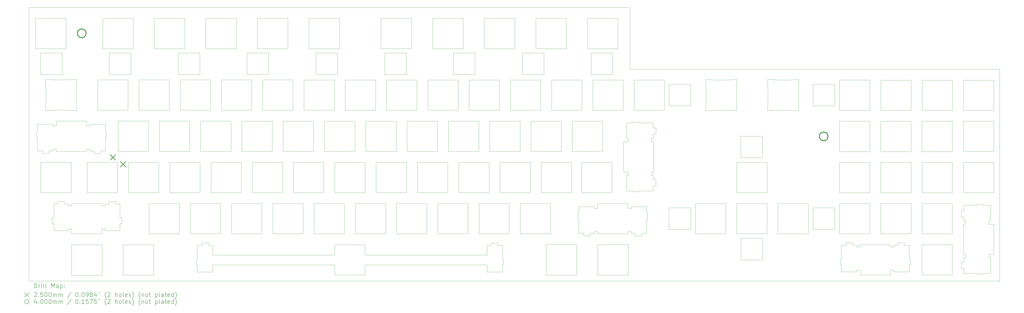
<source format=gbr>
%TF.GenerationSoftware,KiCad,Pcbnew,9.0.1*%
%TF.CreationDate,2026-01-03T11:05:00+01:00*%
%TF.ProjectId,A500KBPlate,41353030-4b42-4506-9c61-74652e6b6963,rev?*%
%TF.SameCoordinates,Original*%
%TF.FileFunction,Drillmap*%
%TF.FilePolarity,Positive*%
%FSLAX45Y45*%
G04 Gerber Fmt 4.5, Leading zero omitted, Abs format (unit mm)*
G04 Created by KiCad (PCBNEW 9.0.1) date 2026-01-03 11:05:00*
%MOMM*%
%LPD*%
G01*
G04 APERTURE LIST*
%ADD10C,0.050000*%
%ADD11C,0.120000*%
%ADD12C,0.100000*%
%ADD13C,0.200000*%
%ADD14C,0.250000*%
%ADD15C,0.400000*%
G04 APERTURE END LIST*
D10*
X2540000Y-23422000D02*
X2603500Y-23422000D01*
X2540000Y-36068000D02*
X2540000Y-23422000D01*
X2603500Y-23422000D02*
X30289500Y-23422000D01*
X47371000Y-26279500D02*
X47371000Y-36068000D01*
X30289500Y-26279500D02*
X47371000Y-26279500D01*
X30289500Y-23422000D02*
X30289500Y-26279500D01*
X47371000Y-36068000D02*
X2540000Y-36068000D01*
D11*
X2844840Y-23921760D02*
X4246840Y-23921760D01*
X2844840Y-25323760D02*
X2844840Y-23921760D01*
X4246840Y-23921760D02*
X4246840Y-25323760D01*
X4246840Y-25323760D02*
X2844840Y-25323760D01*
X3303360Y-26747560D02*
X3303360Y-26967560D01*
X3303360Y-26967560D02*
X3313360Y-26967560D01*
X3303360Y-27967560D02*
X3303360Y-28187560D01*
X3303360Y-27967560D02*
X3313360Y-27967560D01*
X3313360Y-26967560D02*
X3313360Y-27167560D01*
X3313360Y-27167560D02*
X3323360Y-27167560D01*
X3313360Y-27767560D02*
X3313360Y-27967560D01*
X3313360Y-27767560D02*
X3323360Y-27767560D01*
X3323360Y-27767560D02*
X3323360Y-27167560D01*
X3523360Y-26747560D02*
X3303360Y-26747560D01*
X3523360Y-26747560D02*
X3523360Y-26757560D01*
X3523360Y-28177560D02*
X3523360Y-28187560D01*
X3523360Y-28187560D02*
X3303360Y-28187560D01*
X3723360Y-26757560D02*
X3523360Y-26757560D01*
X3723360Y-26757560D02*
X3723360Y-26767560D01*
X3723360Y-26767560D02*
X4323360Y-26767560D01*
X3723360Y-28167560D02*
X3723360Y-28177560D01*
X3723360Y-28177560D02*
X3523360Y-28177560D01*
X4323360Y-26757560D02*
X4323360Y-26767560D01*
X4323360Y-28167560D02*
X3723360Y-28167560D01*
X4323360Y-28167560D02*
X4323360Y-28177560D01*
X4523360Y-26747560D02*
X4523360Y-26757560D01*
X4523360Y-26757560D02*
X4323360Y-26757560D01*
X4523360Y-28177560D02*
X4323360Y-28177560D01*
X4523360Y-28177560D02*
X4523360Y-28187560D01*
X4723360Y-27167560D02*
X4723360Y-27767560D01*
X4723360Y-27167560D02*
X4733360Y-27167560D01*
X4723360Y-27767560D02*
X4733360Y-27767560D01*
X4733360Y-26967560D02*
X4733360Y-27167560D01*
X4733360Y-26967560D02*
X4743360Y-26967560D01*
X4733360Y-27767560D02*
X4733360Y-27967560D01*
X4733360Y-27967560D02*
X4743360Y-27967560D01*
X4743360Y-26747560D02*
X4523360Y-26747560D01*
X4743360Y-26747560D02*
X4743360Y-26967560D01*
X4743360Y-27967560D02*
X4743360Y-28187560D01*
X4743360Y-28187560D02*
X4523360Y-28187560D01*
X3077480Y-30574720D02*
X4487480Y-30574720D01*
X3077480Y-31984720D02*
X3077480Y-30574720D01*
X4487480Y-30574720D02*
X4487480Y-31984720D01*
X4487480Y-31984720D02*
X3077480Y-31984720D01*
X4504120Y-34394880D02*
X5914120Y-34394880D01*
X4504120Y-35804880D02*
X4504120Y-34394880D01*
X5914120Y-34394880D02*
X5914120Y-35804880D01*
X5914120Y-35804880D02*
X4504120Y-35804880D01*
X5709960Y-26766560D02*
X7111960Y-26766560D01*
X5709960Y-28168560D02*
X5709960Y-26766560D01*
X7111960Y-26766560D02*
X7111960Y-28168560D01*
X7111960Y-28168560D02*
X5709960Y-28168560D01*
X5225240Y-30578720D02*
X6627240Y-30578720D01*
X5225240Y-31980720D02*
X5225240Y-30578720D01*
X6627240Y-30578720D02*
X6627240Y-31980720D01*
X6627240Y-31980720D02*
X5225240Y-31980720D01*
X6884520Y-34392720D02*
X8294520Y-34392720D01*
X6884520Y-35802720D02*
X6884520Y-34392720D01*
X8294520Y-34392720D02*
X8294520Y-35802720D01*
X8294520Y-35802720D02*
X6884520Y-35802720D01*
X8322160Y-23917760D02*
X9732160Y-23917760D01*
X8322160Y-25327760D02*
X8322160Y-23917760D01*
X9732160Y-23917760D02*
X9732160Y-25327760D01*
X9732160Y-25327760D02*
X8322160Y-25327760D01*
X7614960Y-26766560D02*
X9016960Y-26766560D01*
X7614960Y-28168560D02*
X7614960Y-26766560D01*
X9016960Y-26766560D02*
X9016960Y-28168560D01*
X9016960Y-28168560D02*
X7614960Y-28168560D01*
X7132360Y-30581640D02*
X8534360Y-30581640D01*
X7132360Y-31983640D02*
X7132360Y-30581640D01*
X8534360Y-30581640D02*
X8534360Y-31983640D01*
X8534360Y-31983640D02*
X7132360Y-31983640D01*
X8082320Y-32486640D02*
X9484320Y-32486640D01*
X8082320Y-33888640D02*
X8082320Y-32486640D01*
X9484320Y-32486640D02*
X9484320Y-33888640D01*
X9484320Y-33888640D02*
X8082320Y-33888640D01*
X10704680Y-23917760D02*
X12114680Y-23917760D01*
X10704680Y-25327760D02*
X10704680Y-23917760D01*
X12114680Y-23917760D02*
X12114680Y-25327760D01*
X12114680Y-25327760D02*
X10704680Y-25327760D01*
X9519960Y-26766560D02*
X10921960Y-26766560D01*
X9519960Y-28168560D02*
X9519960Y-26766560D01*
X10921960Y-26766560D02*
X10921960Y-28168560D01*
X10921960Y-28168560D02*
X9519960Y-28168560D01*
X10464840Y-28674100D02*
X11866840Y-28674100D01*
X10464840Y-30076100D02*
X10464840Y-28674100D01*
X11866840Y-28674100D02*
X11866840Y-30076100D01*
X11866840Y-30076100D02*
X10464840Y-30076100D01*
X9037360Y-30581640D02*
X10439360Y-30581640D01*
X9037360Y-31983640D02*
X9037360Y-30581640D01*
X10439360Y-30581640D02*
X10439360Y-31983640D01*
X10439360Y-31983640D02*
X9037360Y-31983640D01*
X9987320Y-32486640D02*
X11389320Y-32486640D01*
X9987320Y-33888640D02*
X9987320Y-32486640D01*
X11389320Y-32486640D02*
X11389320Y-33888640D01*
X11389320Y-33888640D02*
X9987320Y-33888640D01*
X13087200Y-23917760D02*
X14497200Y-23917760D01*
X13087200Y-25327760D02*
X13087200Y-23917760D01*
X14497200Y-23917760D02*
X14497200Y-25327760D01*
X14497200Y-25327760D02*
X13087200Y-25327760D01*
X11424960Y-26766560D02*
X12826960Y-26766560D01*
X11424960Y-28168560D02*
X11424960Y-26766560D01*
X12826960Y-26766560D02*
X12826960Y-28168560D01*
X12826960Y-28168560D02*
X11424960Y-28168560D01*
X12369840Y-28676640D02*
X13771840Y-28676640D01*
X12369840Y-30078640D02*
X12369840Y-28676640D01*
X13771840Y-28676640D02*
X13771840Y-30078640D01*
X13771840Y-30078640D02*
X12369840Y-30078640D01*
X10944480Y-30583800D02*
X12346480Y-30583800D01*
X10944480Y-31985800D02*
X10944480Y-30583800D01*
X12346480Y-30583800D02*
X12346480Y-31985800D01*
X12346480Y-31985800D02*
X10944480Y-31985800D01*
X11892320Y-32486640D02*
X13294320Y-32486640D01*
X11892320Y-33888640D02*
X11892320Y-32486640D01*
X13294320Y-32486640D02*
X13294320Y-33888640D01*
X13294320Y-33888640D02*
X11892320Y-33888640D01*
X15469720Y-23917760D02*
X16879720Y-23917760D01*
X15469720Y-25327760D02*
X15469720Y-23917760D01*
X16879720Y-23917760D02*
X16879720Y-25327760D01*
X16879720Y-25327760D02*
X15469720Y-25327760D01*
X14274840Y-28676640D02*
X15676840Y-28676640D01*
X14274840Y-30078640D02*
X14274840Y-28676640D01*
X15676840Y-28676640D02*
X15676840Y-30078640D01*
X15676840Y-30078640D02*
X14274840Y-30078640D01*
X13797320Y-32486640D02*
X15199320Y-32486640D01*
X13797320Y-33888640D02*
X13797320Y-32486640D01*
X15199320Y-32486640D02*
X15199320Y-33888640D01*
X15199320Y-33888640D02*
X13797320Y-33888640D01*
X18797120Y-23917760D02*
X20207120Y-23917760D01*
X18797120Y-25327760D02*
X18797120Y-23917760D01*
X20207120Y-23917760D02*
X20207120Y-25327760D01*
X20207120Y-25327760D02*
X18797120Y-25327760D01*
X15240040Y-26771640D02*
X16642040Y-26771640D01*
X15240040Y-28173640D02*
X15240040Y-26771640D01*
X16642040Y-26771640D02*
X16642040Y-28173640D01*
X16642040Y-28173640D02*
X15240040Y-28173640D01*
X14755320Y-30583800D02*
X16157320Y-30583800D01*
X14755320Y-31985800D02*
X14755320Y-30583800D01*
X16157320Y-30583800D02*
X16157320Y-31985800D01*
X16157320Y-31985800D02*
X14755320Y-31985800D01*
X15707400Y-32486640D02*
X17109400Y-32486640D01*
X15707400Y-33888640D02*
X15707400Y-32486640D01*
X17109400Y-32486640D02*
X17109400Y-33888640D01*
X17109400Y-33888640D02*
X15707400Y-33888640D01*
X21179640Y-23917760D02*
X22589640Y-23917760D01*
X21179640Y-25327760D02*
X21179640Y-23917760D01*
X22589640Y-23917760D02*
X22589640Y-25327760D01*
X22589640Y-25327760D02*
X21179640Y-25327760D01*
X17145040Y-26771640D02*
X18547040Y-26771640D01*
X17145040Y-28173640D02*
X17145040Y-26771640D01*
X18547040Y-26771640D02*
X18547040Y-28173640D01*
X18547040Y-28173640D02*
X17145040Y-28173640D01*
X18095000Y-28676640D02*
X19497000Y-28676640D01*
X18095000Y-30078640D02*
X18095000Y-28676640D01*
X19497000Y-28676640D02*
X19497000Y-30078640D01*
X19497000Y-30078640D02*
X18095000Y-30078640D01*
X16662440Y-30581640D02*
X18064440Y-30581640D01*
X16662440Y-31983640D02*
X16662440Y-30581640D01*
X18064440Y-30581640D02*
X18064440Y-31983640D01*
X18064440Y-31983640D02*
X16662440Y-31983640D01*
X17610280Y-32486640D02*
X19012280Y-32486640D01*
X17610280Y-33888640D02*
X17610280Y-32486640D01*
X19012280Y-32486640D02*
X19012280Y-33888640D01*
X19012280Y-33888640D02*
X17610280Y-33888640D01*
X19050040Y-26771640D02*
X20452040Y-26771640D01*
X19050040Y-28173640D02*
X19050040Y-26771640D01*
X20452040Y-26771640D02*
X20452040Y-28173640D01*
X20452040Y-28173640D02*
X19050040Y-28173640D01*
X20000000Y-28676640D02*
X21402000Y-28676640D01*
X20000000Y-30078640D02*
X20000000Y-28676640D01*
X21402000Y-28676640D02*
X21402000Y-30078640D01*
X21402000Y-30078640D02*
X20000000Y-30078640D01*
X18567440Y-30581640D02*
X19969440Y-30581640D01*
X18567440Y-31983640D02*
X18567440Y-30581640D01*
X19969440Y-30581640D02*
X19969440Y-31983640D01*
X19969440Y-31983640D02*
X18567440Y-31983640D01*
X25946800Y-23919920D02*
X27356800Y-23919920D01*
X25946800Y-25329920D02*
X25946800Y-23919920D01*
X27356800Y-23919920D02*
X27356800Y-25329920D01*
X27356800Y-25329920D02*
X25946800Y-25329920D01*
X20960120Y-26771640D02*
X22362120Y-26771640D01*
X20960120Y-28173640D02*
X20960120Y-26771640D01*
X22362120Y-26771640D02*
X22362120Y-28173640D01*
X22362120Y-28173640D02*
X20960120Y-28173640D01*
X21910080Y-28676640D02*
X23312080Y-28676640D01*
X21910080Y-30078640D02*
X21910080Y-28676640D01*
X23312080Y-28676640D02*
X23312080Y-30078640D01*
X23312080Y-30078640D02*
X21910080Y-30078640D01*
X20477520Y-30581640D02*
X21879520Y-30581640D01*
X20477520Y-31983640D02*
X20477520Y-30581640D01*
X21879520Y-30581640D02*
X21879520Y-31983640D01*
X21879520Y-31983640D02*
X20477520Y-31983640D01*
X21417320Y-32486640D02*
X22819320Y-32486640D01*
X21417320Y-33888640D02*
X21417320Y-32486640D01*
X22819320Y-32486640D02*
X22819320Y-33888640D01*
X22819320Y-33888640D02*
X21417320Y-33888640D01*
X28327200Y-23917760D02*
X29737200Y-23917760D01*
X28327200Y-25327760D02*
X28327200Y-23917760D01*
X29737200Y-23917760D02*
X29737200Y-25327760D01*
X29737200Y-25327760D02*
X28327200Y-25327760D01*
X22865120Y-26771640D02*
X24267120Y-26771640D01*
X22865120Y-28173640D02*
X22865120Y-26771640D01*
X24267120Y-26771640D02*
X24267120Y-28173640D01*
X24267120Y-28173640D02*
X22865120Y-28173640D01*
X23815080Y-28676640D02*
X25217080Y-28676640D01*
X23815080Y-30078640D02*
X23815080Y-28676640D01*
X25217080Y-28676640D02*
X25217080Y-30078640D01*
X25217080Y-30078640D02*
X23815080Y-30078640D01*
X22387600Y-30581640D02*
X23789600Y-30581640D01*
X22387600Y-31983640D02*
X22387600Y-30581640D01*
X23789600Y-30581640D02*
X23789600Y-31983640D01*
X23789600Y-31983640D02*
X22387600Y-31983640D01*
X23322320Y-32486640D02*
X24724320Y-32486640D01*
X23322320Y-33888640D02*
X23322320Y-32486640D01*
X24724320Y-32486640D02*
X24724320Y-33888640D01*
X24724320Y-33888640D02*
X23322320Y-33888640D01*
X26425160Y-34389800D02*
X27835160Y-34389800D01*
X26425160Y-35799800D02*
X26425160Y-34389800D01*
X27835160Y-34389800D02*
X27835160Y-35799800D01*
X27835160Y-35799800D02*
X26425160Y-35799800D01*
X24770120Y-26771640D02*
X26172120Y-26771640D01*
X24770120Y-28173640D02*
X24770120Y-26771640D01*
X26172120Y-26771640D02*
X26172120Y-28173640D01*
X26172120Y-28173640D02*
X24770120Y-28173640D01*
X25720080Y-28676640D02*
X27122080Y-28676640D01*
X25720080Y-30078640D02*
X25720080Y-28676640D01*
X27122080Y-28676640D02*
X27122080Y-30078640D01*
X27122080Y-30078640D02*
X25720080Y-30078640D01*
X24292600Y-30581640D02*
X25694600Y-30581640D01*
X24292600Y-31983640D02*
X24292600Y-30581640D01*
X25694600Y-30581640D02*
X25694600Y-31983640D01*
X25694600Y-31983640D02*
X24292600Y-31983640D01*
X25227320Y-32486640D02*
X26629320Y-32486640D01*
X25227320Y-33888640D02*
X25227320Y-32486640D01*
X26629320Y-32486640D02*
X26629320Y-33888640D01*
X26629320Y-33888640D02*
X25227320Y-33888640D01*
X28812760Y-34389800D02*
X30222760Y-34389800D01*
X28812760Y-35799800D02*
X28812760Y-34389800D01*
X30222760Y-34389800D02*
X30222760Y-35799800D01*
X30222760Y-35799800D02*
X28812760Y-35799800D01*
X26675120Y-26771640D02*
X28077120Y-26771640D01*
X26675120Y-28173640D02*
X26675120Y-26771640D01*
X28077120Y-26771640D02*
X28077120Y-28173640D01*
X28077120Y-28173640D02*
X26675120Y-28173640D01*
X26197600Y-30581640D02*
X27599600Y-30581640D01*
X26197600Y-31983640D02*
X26197600Y-30581640D01*
X27599600Y-30581640D02*
X27599600Y-31983640D01*
X27599600Y-31983640D02*
X26197600Y-31983640D01*
X27889560Y-32957640D02*
X27889560Y-33237640D01*
X27927060Y-32634640D02*
X27927060Y-32957640D01*
X27927060Y-32957640D02*
X27889560Y-32957640D01*
X27927060Y-33237640D02*
X27889560Y-33237640D01*
X27927060Y-33864640D02*
X27927060Y-33237640D01*
X28159560Y-33864640D02*
X27927060Y-33864640D01*
X28159560Y-33984640D02*
X28159560Y-33864640D01*
X28459560Y-33984640D02*
X28159560Y-33984640D01*
X28459560Y-33984640D02*
X28459560Y-33864640D01*
X28642060Y-32634640D02*
X27927060Y-32634640D01*
X28642060Y-32714640D02*
X28642060Y-32634640D01*
X28642060Y-33784640D02*
X28799560Y-33784640D01*
X28642060Y-33864640D02*
X28459560Y-33864640D01*
X28642060Y-33864640D02*
X28642060Y-33784640D01*
X28799560Y-32487640D02*
X30199560Y-32487640D01*
X28799560Y-32714640D02*
X28642060Y-32714640D01*
X28799560Y-32714640D02*
X28799560Y-32487640D01*
X28799560Y-33784640D02*
X28799560Y-33887640D01*
X30199560Y-32714640D02*
X30199560Y-32487640D01*
X30199560Y-33784640D02*
X30199560Y-33887640D01*
X30199560Y-33887640D02*
X28799560Y-33887640D01*
X30357060Y-32634640D02*
X31072060Y-32634640D01*
X30357060Y-32714640D02*
X30199560Y-32714640D01*
X30357060Y-32714640D02*
X30357060Y-32634640D01*
X30357060Y-33784640D02*
X30199560Y-33784640D01*
X30357060Y-33864640D02*
X30357060Y-33784640D01*
X30539560Y-33864640D02*
X30357060Y-33864640D01*
X30539560Y-33984640D02*
X30539560Y-33864640D01*
X30539560Y-33984640D02*
X30839560Y-33984640D01*
X30839560Y-33984640D02*
X30839560Y-33864640D01*
X31072060Y-32634640D02*
X31072060Y-32957640D01*
X31072060Y-32957640D02*
X31109560Y-32957640D01*
X31072060Y-33237640D02*
X31109560Y-33237640D01*
X31072060Y-33864640D02*
X30839560Y-33864640D01*
X31072060Y-33864640D02*
X31072060Y-33237640D01*
X31109560Y-32957640D02*
X31109560Y-33237640D01*
X28580120Y-26771640D02*
X29982120Y-26771640D01*
X28580120Y-28173640D02*
X28580120Y-26771640D01*
X29982120Y-26771640D02*
X29982120Y-28173640D01*
X29982120Y-28173640D02*
X28580120Y-28173640D01*
X28062640Y-31983660D02*
X28062640Y-30581660D01*
X29464640Y-30581660D02*
X28062640Y-30581660D01*
X29464640Y-30581660D02*
X29464640Y-31983660D01*
X29464640Y-31983660D02*
X28062640Y-31983660D01*
X29995240Y-29629760D02*
X29995240Y-31029760D01*
X30142240Y-28757260D02*
X30465240Y-28757260D01*
X30142240Y-29472260D02*
X30142240Y-28757260D01*
X30142240Y-31187260D02*
X30142240Y-31902260D01*
X30142240Y-31902260D02*
X30465240Y-31902260D01*
X30222240Y-29472260D02*
X30142240Y-29472260D01*
X30222240Y-29629760D02*
X29995240Y-29629760D01*
X30222240Y-29629760D02*
X30222240Y-29472260D01*
X30222240Y-31029760D02*
X29995240Y-31029760D01*
X30222240Y-31187260D02*
X30142240Y-31187260D01*
X30222240Y-31187260D02*
X30222240Y-31029760D01*
X30465240Y-28719760D02*
X30745240Y-28719760D01*
X30465240Y-28757260D02*
X30465240Y-28719760D01*
X30465240Y-31902260D02*
X30465240Y-31939760D01*
X30465240Y-31939760D02*
X30745240Y-31939760D01*
X30745240Y-28757260D02*
X30745240Y-28719760D01*
X30745240Y-31902260D02*
X30745240Y-31939760D01*
X31292240Y-29472260D02*
X31292240Y-29629760D01*
X31292240Y-29629760D02*
X31395240Y-29629760D01*
X31292240Y-31029760D02*
X31395240Y-31029760D01*
X31292240Y-31187260D02*
X31292240Y-31029760D01*
X31372240Y-28757260D02*
X30745240Y-28757260D01*
X31372240Y-28989760D02*
X31372240Y-28757260D01*
X31372240Y-29472260D02*
X31292240Y-29472260D01*
X31372240Y-29472260D02*
X31372240Y-29289760D01*
X31372240Y-31187260D02*
X31292240Y-31187260D01*
X31372240Y-31369760D02*
X31372240Y-31187260D01*
X31372240Y-31902260D02*
X30745240Y-31902260D01*
X31372240Y-31902260D02*
X31372240Y-31669760D01*
X31395240Y-31029760D02*
X31395240Y-29629760D01*
X31492240Y-28989760D02*
X31372240Y-28989760D01*
X31492240Y-29289760D02*
X31372240Y-29289760D01*
X31492240Y-29289760D02*
X31492240Y-28989760D01*
X31492240Y-31369760D02*
X31372240Y-31369760D01*
X31492240Y-31369760D02*
X31492240Y-31669760D01*
X31492240Y-31669760D02*
X31372240Y-31669760D01*
X30485120Y-26771640D02*
X31887120Y-26771640D01*
X30485120Y-28173640D02*
X30485120Y-26771640D01*
X31887120Y-26771640D02*
X31887120Y-28173640D01*
X31887120Y-28173640D02*
X30485120Y-28173640D01*
X33791400Y-26752640D02*
X33791400Y-26972640D01*
X33791400Y-26972640D02*
X33801400Y-26972640D01*
X33791400Y-27972640D02*
X33791400Y-28192640D01*
X33791400Y-27972640D02*
X33801400Y-27972640D01*
X33801400Y-26972640D02*
X33801400Y-27172640D01*
X33801400Y-27172640D02*
X33811400Y-27172640D01*
X33801400Y-27772640D02*
X33801400Y-27972640D01*
X33801400Y-27772640D02*
X33811400Y-27772640D01*
X33811400Y-27772640D02*
X33811400Y-27172640D01*
X34011400Y-26752640D02*
X33791400Y-26752640D01*
X34011400Y-26752640D02*
X34011400Y-26762640D01*
X34011400Y-28182640D02*
X34011400Y-28192640D01*
X34011400Y-28192640D02*
X33791400Y-28192640D01*
X34211400Y-26762640D02*
X34011400Y-26762640D01*
X34211400Y-26762640D02*
X34211400Y-26772640D01*
X34211400Y-26772640D02*
X34811400Y-26772640D01*
X34211400Y-28172640D02*
X34211400Y-28182640D01*
X34211400Y-28182640D02*
X34011400Y-28182640D01*
X34811400Y-26762640D02*
X34811400Y-26772640D01*
X34811400Y-28172640D02*
X34211400Y-28172640D01*
X34811400Y-28172640D02*
X34811400Y-28182640D01*
X35011400Y-26752640D02*
X35011400Y-26762640D01*
X35011400Y-26762640D02*
X34811400Y-26762640D01*
X35011400Y-28182640D02*
X34811400Y-28182640D01*
X35011400Y-28182640D02*
X35011400Y-28192640D01*
X35211400Y-27172640D02*
X35211400Y-27772640D01*
X35211400Y-27172640D02*
X35221400Y-27172640D01*
X35211400Y-27772640D02*
X35221400Y-27772640D01*
X35221400Y-26972640D02*
X35221400Y-27172640D01*
X35221400Y-26972640D02*
X35231400Y-26972640D01*
X35221400Y-27772640D02*
X35221400Y-27972640D01*
X35221400Y-27972640D02*
X35231400Y-27972640D01*
X35231400Y-26752640D02*
X35011400Y-26752640D01*
X35231400Y-26752640D02*
X35231400Y-26972640D01*
X35231400Y-27972640D02*
X35231400Y-28192640D01*
X35231400Y-28192640D02*
X35011400Y-28192640D01*
X33314680Y-32486640D02*
X34716680Y-32486640D01*
X33314680Y-33888640D02*
X33314680Y-32486640D01*
X34716680Y-32486640D02*
X34716680Y-33888640D01*
X34716680Y-33888640D02*
X33314680Y-33888640D01*
X35219680Y-30581640D02*
X36621680Y-30581640D01*
X35219680Y-31983640D02*
X35219680Y-30581640D01*
X36621680Y-30581640D02*
X36621680Y-31983640D01*
X36621680Y-31983640D02*
X35219680Y-31983640D01*
X35222640Y-32486640D02*
X36624640Y-32486640D01*
X35222640Y-33888640D02*
X35222640Y-32486640D01*
X36624640Y-32486640D02*
X36624640Y-33888640D01*
X36624640Y-33888640D02*
X35222640Y-33888640D01*
X36651440Y-26752640D02*
X36651440Y-26972640D01*
X36651440Y-26972640D02*
X36661440Y-26972640D01*
X36651440Y-27972640D02*
X36651440Y-28192640D01*
X36651440Y-27972640D02*
X36661440Y-27972640D01*
X36661440Y-26972640D02*
X36661440Y-27172640D01*
X36661440Y-27172640D02*
X36671440Y-27172640D01*
X36661440Y-27772640D02*
X36661440Y-27972640D01*
X36661440Y-27772640D02*
X36671440Y-27772640D01*
X36671440Y-27772640D02*
X36671440Y-27172640D01*
X36871440Y-26752640D02*
X36651440Y-26752640D01*
X36871440Y-26752640D02*
X36871440Y-26762640D01*
X36871440Y-28182640D02*
X36871440Y-28192640D01*
X36871440Y-28192640D02*
X36651440Y-28192640D01*
X37071440Y-26762640D02*
X36871440Y-26762640D01*
X37071440Y-26762640D02*
X37071440Y-26772640D01*
X37071440Y-26772640D02*
X37671440Y-26772640D01*
X37071440Y-28172640D02*
X37071440Y-28182640D01*
X37071440Y-28182640D02*
X36871440Y-28182640D01*
X37671440Y-26762640D02*
X37671440Y-26772640D01*
X37671440Y-28172640D02*
X37071440Y-28172640D01*
X37671440Y-28172640D02*
X37671440Y-28182640D01*
X37871440Y-26752640D02*
X37871440Y-26762640D01*
X37871440Y-26762640D02*
X37671440Y-26762640D01*
X37871440Y-28182640D02*
X37671440Y-28182640D01*
X37871440Y-28182640D02*
X37871440Y-28192640D01*
X38071440Y-27172640D02*
X38071440Y-27772640D01*
X38071440Y-27172640D02*
X38081440Y-27172640D01*
X38071440Y-27772640D02*
X38081440Y-27772640D01*
X38081440Y-26972640D02*
X38081440Y-27172640D01*
X38081440Y-26972640D02*
X38091440Y-26972640D01*
X38081440Y-27772640D02*
X38081440Y-27972640D01*
X38081440Y-27972640D02*
X38091440Y-27972640D01*
X38091440Y-26752640D02*
X37871440Y-26752640D01*
X38091440Y-26752640D02*
X38091440Y-26972640D01*
X38091440Y-27972640D02*
X38091440Y-28192640D01*
X38091440Y-28192640D02*
X37871440Y-28192640D01*
X37124680Y-32486640D02*
X38526680Y-32486640D01*
X37124680Y-33888640D02*
X37124680Y-32486640D01*
X38526680Y-32486640D02*
X38526680Y-33888640D01*
X38526680Y-33888640D02*
X37124680Y-33888640D01*
X39969480Y-26776720D02*
X41371480Y-26776720D01*
X39969480Y-28178720D02*
X39969480Y-26776720D01*
X41371480Y-26776720D02*
X41371480Y-28178720D01*
X41371480Y-28178720D02*
X39969480Y-28178720D01*
X39969480Y-28681720D02*
X41371480Y-28681720D01*
X39969480Y-30083720D02*
X39969480Y-28681720D01*
X41371480Y-28681720D02*
X41371480Y-30083720D01*
X41371480Y-30083720D02*
X39969480Y-30083720D01*
X39969480Y-30586720D02*
X41371480Y-30586720D01*
X39969480Y-31988720D02*
X39969480Y-30586720D01*
X41371480Y-30586720D02*
X41371480Y-31988720D01*
X41371480Y-31988720D02*
X39969480Y-31988720D01*
X39972440Y-32488800D02*
X41374440Y-32488800D01*
X39972440Y-33890800D02*
X39972440Y-32488800D01*
X41374440Y-32488800D02*
X41374440Y-33890800D01*
X41374440Y-33890800D02*
X39972440Y-33890800D01*
X40017425Y-35325180D02*
X40017425Y-35045180D01*
X40054925Y-34418180D02*
X40054925Y-35045180D01*
X40054925Y-34418180D02*
X40287425Y-34418180D01*
X40054925Y-35045180D02*
X40017425Y-35045180D01*
X40054925Y-35325180D02*
X40017425Y-35325180D01*
X40054925Y-35648180D02*
X40054925Y-35325180D01*
X40287425Y-34298180D02*
X40287425Y-34418180D01*
X40587425Y-34298180D02*
X40287425Y-34298180D01*
X40587425Y-34298180D02*
X40587425Y-34418180D01*
X40587425Y-34418180D02*
X40769925Y-34418180D01*
X40769925Y-34418180D02*
X40769925Y-34498180D01*
X40769925Y-34498180D02*
X40927425Y-34498180D01*
X40769925Y-35568180D02*
X40769925Y-35648180D01*
X40769925Y-35568180D02*
X40927425Y-35568180D01*
X40769925Y-35648180D02*
X40054925Y-35648180D01*
X40927425Y-34395180D02*
X42327425Y-34395180D01*
X40927425Y-34498180D02*
X40927425Y-34395180D01*
X40927425Y-35568180D02*
X40927425Y-35795180D01*
X42327425Y-34498180D02*
X42327425Y-34395180D01*
X42327425Y-35568180D02*
X42327425Y-35795180D01*
X42327425Y-35568180D02*
X42484925Y-35568180D01*
X42327425Y-35795180D02*
X40927425Y-35795180D01*
X42484925Y-34418180D02*
X42484925Y-34498180D01*
X42484925Y-34418180D02*
X42667425Y-34418180D01*
X42484925Y-34498180D02*
X42327425Y-34498180D01*
X42484925Y-35568180D02*
X42484925Y-35648180D01*
X42484925Y-35648180D02*
X43199925Y-35648180D01*
X42667425Y-34298180D02*
X42667425Y-34418180D01*
X42667425Y-34298180D02*
X42967425Y-34298180D01*
X42967425Y-34298180D02*
X42967425Y-34418180D01*
X42967425Y-34418180D02*
X43199925Y-34418180D01*
X43199925Y-34418180D02*
X43199925Y-35045180D01*
X43199925Y-35045180D02*
X43237425Y-35045180D01*
X43199925Y-35325180D02*
X43237425Y-35325180D01*
X43199925Y-35648180D02*
X43199925Y-35325180D01*
X43237425Y-35325180D02*
X43237425Y-35045180D01*
X41874480Y-28681720D02*
X43276480Y-28681720D01*
X41874480Y-30083720D02*
X41874480Y-28681720D01*
X43276480Y-28681720D02*
X43276480Y-30083720D01*
X43276480Y-30083720D02*
X41874480Y-30083720D01*
X41874480Y-30586720D02*
X43276480Y-30586720D01*
X41874480Y-31988720D02*
X41874480Y-30586720D01*
X43276480Y-30586720D02*
X43276480Y-31988720D01*
X43276480Y-31988720D02*
X41874480Y-31988720D01*
X41877440Y-32488800D02*
X43279440Y-32488800D01*
X41877440Y-33890800D02*
X41877440Y-32488800D01*
X43279440Y-32488800D02*
X43279440Y-33890800D01*
X43279440Y-33890800D02*
X41877440Y-33890800D01*
X43789640Y-26781800D02*
X45191640Y-26781800D01*
X43789640Y-28183800D02*
X43789640Y-26781800D01*
X45191640Y-26781800D02*
X45191640Y-28183800D01*
X45191640Y-28183800D02*
X43789640Y-28183800D01*
X43779480Y-28681720D02*
X45181480Y-28681720D01*
X43779480Y-30083720D02*
X43779480Y-28681720D01*
X45181480Y-28681720D02*
X45181480Y-30083720D01*
X45181480Y-30083720D02*
X43779480Y-30083720D01*
X43784560Y-30586720D02*
X45186560Y-30586720D01*
X43784560Y-31988720D02*
X43784560Y-30586720D01*
X45186560Y-30586720D02*
X45186560Y-31988720D01*
X45186560Y-31988720D02*
X43784560Y-31988720D01*
X43784560Y-32486640D02*
X45186560Y-32486640D01*
X43784560Y-33888640D02*
X43784560Y-32486640D01*
X45186560Y-32486640D02*
X45186560Y-33888640D01*
X45186560Y-33888640D02*
X43784560Y-33888640D01*
X43782440Y-34393800D02*
X45184440Y-34393800D01*
X43782440Y-35795800D02*
X43782440Y-34393800D01*
X45184440Y-34393800D02*
X45184440Y-35795800D01*
X45184440Y-35795800D02*
X43782440Y-35795800D01*
X45699720Y-26781800D02*
X47101720Y-26781800D01*
X45699720Y-28183800D02*
X45699720Y-26781800D01*
X47101720Y-26781800D02*
X47101720Y-28183800D01*
X47101720Y-28183800D02*
X45699720Y-28183800D01*
X45699720Y-28676640D02*
X47101720Y-28676640D01*
X45699720Y-30078640D02*
X45699720Y-28676640D01*
X47101720Y-28676640D02*
X47101720Y-30078640D01*
X47101720Y-30078640D02*
X45699720Y-30078640D01*
X45699720Y-30581640D02*
X47101720Y-30581640D01*
X45699720Y-31983640D02*
X45699720Y-30581640D01*
X47101720Y-30581640D02*
X47101720Y-31983640D01*
X47101720Y-31983640D02*
X45699720Y-31983640D01*
X45601180Y-32802680D02*
X45721180Y-32802680D01*
X45601180Y-33102680D02*
X45601180Y-32802680D01*
X45601180Y-33102680D02*
X45721180Y-33102680D01*
X45601180Y-35182680D02*
X45601180Y-35482680D01*
X45601180Y-35182680D02*
X45721180Y-35182680D01*
X45601180Y-35482680D02*
X45721180Y-35482680D01*
X45698180Y-33442680D02*
X45698180Y-34842680D01*
X45721180Y-32570180D02*
X45721180Y-32802680D01*
X45721180Y-32570180D02*
X46348180Y-32570180D01*
X45721180Y-33102680D02*
X45721180Y-33285180D01*
X45721180Y-33285180D02*
X45801180Y-33285180D01*
X45721180Y-35000180D02*
X45721180Y-35182680D01*
X45721180Y-35000180D02*
X45801180Y-35000180D01*
X45721180Y-35482680D02*
X45721180Y-35715180D01*
X45721180Y-35715180D02*
X46348180Y-35715180D01*
X45801180Y-33285180D02*
X45801180Y-33442680D01*
X45801180Y-33442680D02*
X45698180Y-33442680D01*
X45801180Y-34842680D02*
X45698180Y-34842680D01*
X45801180Y-35000180D02*
X45801180Y-34842680D01*
X46348180Y-32570180D02*
X46348180Y-32532680D01*
X46348180Y-35715180D02*
X46348180Y-35752680D01*
X46628180Y-32532680D02*
X46348180Y-32532680D01*
X46628180Y-32570180D02*
X46628180Y-32532680D01*
X46628180Y-35715180D02*
X46628180Y-35752680D01*
X46628180Y-35752680D02*
X46348180Y-35752680D01*
X46871180Y-33285180D02*
X46871180Y-33442680D01*
X46871180Y-33285180D02*
X46951180Y-33285180D01*
X46871180Y-33442680D02*
X47098180Y-33442680D01*
X46871180Y-34842680D02*
X46871180Y-35000180D01*
X46871180Y-34842680D02*
X47098180Y-34842680D01*
X46871180Y-35000180D02*
X46951180Y-35000180D01*
X46951180Y-32570180D02*
X46628180Y-32570180D01*
X46951180Y-33285180D02*
X46951180Y-32570180D01*
X46951180Y-35000180D02*
X46951180Y-35715180D01*
X46951180Y-35715180D02*
X46628180Y-35715180D01*
X47098180Y-34842680D02*
X47098180Y-33442680D01*
X6652720Y-28673720D02*
X8054720Y-28673720D01*
X6652720Y-30075720D02*
X6652720Y-28673720D01*
X8054720Y-28673720D02*
X8054720Y-30075720D01*
X8054720Y-30075720D02*
X6652720Y-30075720D01*
X8559840Y-28674100D02*
X9961840Y-28674100D01*
X8559840Y-30076100D02*
X8559840Y-28674100D01*
X9961840Y-28674100D02*
X9961840Y-30076100D01*
X9961840Y-30076100D02*
X8559840Y-30076100D01*
X5944720Y-23917760D02*
X7354720Y-23917760D01*
X5944720Y-25327760D02*
X5944720Y-23917760D01*
X7354720Y-23917760D02*
X7354720Y-25327760D01*
X7354720Y-25327760D02*
X5944720Y-25327760D01*
X2887705Y-29144720D02*
X2887705Y-29424720D01*
X2925205Y-28821720D02*
X2925205Y-29144720D01*
X2925205Y-29144720D02*
X2887705Y-29144720D01*
X2925205Y-29424720D02*
X2887705Y-29424720D01*
X2925205Y-30051720D02*
X2925205Y-29424720D01*
X3157705Y-30051720D02*
X2925205Y-30051720D01*
X3157705Y-30171720D02*
X3157705Y-30051720D01*
X3457705Y-30171720D02*
X3157705Y-30171720D01*
X3457705Y-30171720D02*
X3457705Y-30051720D01*
X3640205Y-28821720D02*
X2925205Y-28821720D01*
X3640205Y-28901720D02*
X3640205Y-28821720D01*
X3640205Y-29971720D02*
X3797705Y-29971720D01*
X3640205Y-30051720D02*
X3457705Y-30051720D01*
X3640205Y-30051720D02*
X3640205Y-29971720D01*
X3797705Y-28674720D02*
X5197705Y-28674720D01*
X3797705Y-28901720D02*
X3640205Y-28901720D01*
X3797705Y-28901720D02*
X3797705Y-28674720D01*
X3797705Y-29971720D02*
X3797705Y-30074720D01*
X5197705Y-28901720D02*
X5197705Y-28674720D01*
X5197705Y-29971720D02*
X5197705Y-30074720D01*
X5197705Y-30074720D02*
X3797705Y-30074720D01*
X5355205Y-28821720D02*
X6070205Y-28821720D01*
X5355205Y-28901720D02*
X5197705Y-28901720D01*
X5355205Y-28901720D02*
X5355205Y-28821720D01*
X5355205Y-29971720D02*
X5197705Y-29971720D01*
X5355205Y-30051720D02*
X5355205Y-29971720D01*
X5537705Y-30051720D02*
X5355205Y-30051720D01*
X5537705Y-30171720D02*
X5537705Y-30051720D01*
X5537705Y-30171720D02*
X5837705Y-30171720D01*
X5837705Y-30171720D02*
X5837705Y-30051720D01*
X6070205Y-28821720D02*
X6070205Y-29144720D01*
X6070205Y-29144720D02*
X6107705Y-29144720D01*
X6070205Y-29424720D02*
X6107705Y-29424720D01*
X6070205Y-30051720D02*
X5837705Y-30051720D01*
X6070205Y-30051720D02*
X6070205Y-29424720D01*
X6107705Y-29144720D02*
X6107705Y-29424720D01*
X16190000Y-28676640D02*
X17592000Y-28676640D01*
X16190000Y-30078640D02*
X16190000Y-28676640D01*
X17592000Y-28676640D02*
X17592000Y-30078640D01*
X17592000Y-30078640D02*
X16190000Y-30078640D01*
X12852440Y-30583800D02*
X14254440Y-30583800D01*
X12852440Y-31985800D02*
X12852440Y-30583800D01*
X14254440Y-30583800D02*
X14254440Y-31985800D01*
X14254440Y-31985800D02*
X12852440Y-31985800D01*
X13332920Y-26768720D02*
X14734920Y-26768720D01*
X13332920Y-28170720D02*
X13332920Y-26768720D01*
X14734920Y-26768720D02*
X14734920Y-28170720D01*
X14734920Y-28170720D02*
X13332920Y-28170720D01*
X19512320Y-32486640D02*
X20914320Y-32486640D01*
X19512320Y-33888640D02*
X19512320Y-32486640D01*
X20914320Y-32486640D02*
X20914320Y-33888640D01*
X20914320Y-33888640D02*
X19512320Y-33888640D01*
X27625080Y-28676640D02*
X29027080Y-28676640D01*
X27625080Y-30078640D02*
X27625080Y-28676640D01*
X29027080Y-28676640D02*
X29027080Y-30078640D01*
X29027080Y-30078640D02*
X27625080Y-30078640D01*
X41879560Y-26781800D02*
X43281560Y-26781800D01*
X41879560Y-28183800D02*
X41879560Y-26781800D01*
X43281560Y-26781800D02*
X43281560Y-28183800D01*
X43281560Y-28183800D02*
X41879560Y-28183800D01*
X23562160Y-23917760D02*
X24972160Y-23917760D01*
X23562160Y-25327760D02*
X23562160Y-23917760D01*
X24972160Y-23917760D02*
X24972160Y-25327760D01*
X24972160Y-25327760D02*
X23562160Y-25327760D01*
X10271900Y-35333180D02*
X10271900Y-35053180D01*
X10309400Y-34426180D02*
X10309400Y-35053180D01*
X10309400Y-34426180D02*
X10541900Y-34426180D01*
X10309400Y-35053180D02*
X10271900Y-35053180D01*
X10309400Y-35333180D02*
X10271900Y-35333180D01*
X10309400Y-35656180D02*
X10309400Y-35333180D01*
X10541900Y-34306180D02*
X10541900Y-34426180D01*
X10841900Y-34306180D02*
X10541900Y-34306180D01*
X10841900Y-34306180D02*
X10841900Y-34426180D01*
X10841900Y-34426180D02*
X11024400Y-34426180D01*
X11024400Y-34426180D02*
X11024400Y-34865180D01*
X11024400Y-34865180D02*
X16660900Y-34865180D01*
X11024400Y-35325180D02*
X11024400Y-35656180D01*
X11024400Y-35325180D02*
X16660900Y-35325180D01*
X11024400Y-35656180D02*
X10309400Y-35656180D01*
X16660900Y-34395180D02*
X18060900Y-34395180D01*
X16660900Y-34865180D02*
X16660900Y-34395180D01*
X16660900Y-35325180D02*
X16660900Y-35795180D01*
X18060900Y-34865180D02*
X18060900Y-34395180D01*
X18060900Y-35325180D02*
X18060900Y-35795180D01*
X18060900Y-35325180D02*
X23697400Y-35325180D01*
X18060900Y-35795180D02*
X16660900Y-35795180D01*
X23697400Y-34426180D02*
X23697400Y-34865180D01*
X23697400Y-34426180D02*
X23879900Y-34426180D01*
X23697400Y-34865180D02*
X18060900Y-34865180D01*
X23697400Y-35325180D02*
X23697400Y-35656180D01*
X23697400Y-35656180D02*
X24412400Y-35656180D01*
X23879900Y-34306180D02*
X23879900Y-34426180D01*
X23879900Y-34306180D02*
X24179900Y-34306180D01*
X24179900Y-34306180D02*
X24179900Y-34426180D01*
X24179900Y-34426180D02*
X24412400Y-34426180D01*
X24412400Y-34426180D02*
X24412400Y-35053180D01*
X24412400Y-35053180D02*
X24449900Y-35053180D01*
X24412400Y-35333180D02*
X24449900Y-35333180D01*
X24412400Y-35656180D02*
X24412400Y-35333180D01*
X24449900Y-35333180D02*
X24449900Y-35053180D01*
D12*
X18963885Y-25520000D02*
X19963885Y-25520000D01*
X19963885Y-26520000D01*
X18963885Y-26520000D01*
X18963885Y-25520000D01*
X32100000Y-26972640D02*
X33100000Y-26972640D01*
X33100000Y-27972640D01*
X32100000Y-27972640D01*
X32100000Y-26972640D01*
X22142590Y-25520000D02*
X23142590Y-25520000D01*
X23142590Y-26520000D01*
X22142590Y-26520000D01*
X22142590Y-25520000D01*
X15785180Y-25520000D02*
X16785180Y-25520000D01*
X16785180Y-26520000D01*
X15785180Y-26520000D01*
X15785180Y-25520000D01*
X38750000Y-26972640D02*
X39750000Y-26972640D01*
X39750000Y-27972640D01*
X38750000Y-27972640D01*
X38750000Y-26972640D01*
X38750000Y-32687640D02*
X39750000Y-32687640D01*
X39750000Y-33687640D01*
X38750000Y-33687640D01*
X38750000Y-32687640D01*
X28500000Y-25520000D02*
X29500000Y-25520000D01*
X29500000Y-26520000D01*
X28500000Y-26520000D01*
X28500000Y-25520000D01*
D11*
X3602000Y-33417640D02*
X3602000Y-33137640D01*
X3689500Y-32510640D02*
X3689500Y-33137640D01*
X3689500Y-32510640D02*
X3872000Y-32510640D01*
X3689500Y-33137640D02*
X3602000Y-33137640D01*
X3689500Y-33417640D02*
X3602000Y-33417640D01*
X3689500Y-33740640D02*
X3689500Y-33417640D01*
X3872000Y-32390640D02*
X3872000Y-32510640D01*
X4172000Y-32390640D02*
X3872000Y-32390640D01*
X4172000Y-32390640D02*
X4172000Y-32510640D01*
X4172000Y-32510640D02*
X4354500Y-32510640D01*
X4354500Y-32510640D02*
X4354500Y-32590640D01*
X4354500Y-32590640D02*
X4512000Y-32590640D01*
X4354500Y-33660640D02*
X4354500Y-33740640D01*
X4354500Y-33660640D02*
X4512000Y-33660640D01*
X4354500Y-33740640D02*
X3689500Y-33740640D01*
X4512000Y-32487640D02*
X5912000Y-32487640D01*
X4512000Y-32590640D02*
X4512000Y-32487640D01*
X4512000Y-33660640D02*
X4512000Y-33887640D01*
X5912000Y-32590640D02*
X5912000Y-32487640D01*
X5912000Y-33660640D02*
X5912000Y-33887640D01*
X5912000Y-33660640D02*
X6069500Y-33660640D01*
X5912000Y-33887640D02*
X4512000Y-33887640D01*
X6069500Y-32510640D02*
X6069500Y-32590640D01*
X6069500Y-32510640D02*
X6252000Y-32510640D01*
X6069500Y-32590640D02*
X5912000Y-32590640D01*
X6069500Y-33660640D02*
X6069500Y-33740640D01*
X6069500Y-33740640D02*
X6734500Y-33740640D01*
X6252000Y-32390640D02*
X6252000Y-32510640D01*
X6252000Y-32390640D02*
X6552000Y-32390640D01*
X6552000Y-32390640D02*
X6552000Y-32510640D01*
X6552000Y-32510640D02*
X6734500Y-32510640D01*
X6734500Y-32510640D02*
X6734500Y-33137640D01*
X6734500Y-33137640D02*
X6822000Y-33137640D01*
X6734500Y-33417640D02*
X6822000Y-33417640D01*
X6734500Y-33740640D02*
X6734500Y-33417640D01*
X6822000Y-33417640D02*
X6822000Y-33137640D01*
D12*
X9427770Y-25520000D02*
X10427770Y-25520000D01*
X10427770Y-26520000D01*
X9427770Y-26520000D01*
X9427770Y-25520000D01*
X32100000Y-32685000D02*
X33100000Y-32685000D01*
X33100000Y-33685000D01*
X32100000Y-33685000D01*
X32100000Y-32685000D01*
X3070360Y-25520000D02*
X4070360Y-25520000D01*
X4070360Y-26520000D01*
X3070360Y-26520000D01*
X3070360Y-25520000D01*
X6249065Y-25520000D02*
X7249065Y-25520000D01*
X7249065Y-26520000D01*
X6249065Y-26520000D01*
X6249065Y-25520000D01*
X35415000Y-29370000D02*
X36415000Y-29370000D01*
X36415000Y-30370000D01*
X35415000Y-30370000D01*
X35415000Y-29370000D01*
X12606475Y-25520000D02*
X13606475Y-25520000D01*
X13606475Y-26520000D01*
X12606475Y-26520000D01*
X12606475Y-25520000D01*
X25321295Y-25520000D02*
X26321295Y-25520000D01*
X26321295Y-26520000D01*
X25321295Y-26520000D01*
X25321295Y-25520000D01*
X35420000Y-34100000D02*
X36420000Y-34100000D01*
X36420000Y-35100000D01*
X35420000Y-35100000D01*
X35420000Y-34100000D01*
D13*
D14*
X6288500Y-30228000D02*
X6538500Y-30478000D01*
X6538500Y-30228000D02*
X6288500Y-30478000D01*
X6758400Y-30545500D02*
X7008400Y-30795500D01*
X7008400Y-30545500D02*
X6758400Y-30795500D01*
D15*
X5175000Y-24615000D02*
G75*
G02*
X4775000Y-24615000I-200000J0D01*
G01*
X4775000Y-24615000D02*
G75*
G02*
X5175000Y-24615000I200000J0D01*
G01*
X39445000Y-29385000D02*
G75*
G02*
X39045000Y-29385000I-200000J0D01*
G01*
X39045000Y-29385000D02*
G75*
G02*
X39445000Y-29385000I200000J0D01*
G01*
D13*
X2798277Y-36381984D02*
X2798277Y-36181984D01*
X2798277Y-36181984D02*
X2845896Y-36181984D01*
X2845896Y-36181984D02*
X2874467Y-36191508D01*
X2874467Y-36191508D02*
X2893515Y-36210555D01*
X2893515Y-36210555D02*
X2903039Y-36229603D01*
X2903039Y-36229603D02*
X2912562Y-36267698D01*
X2912562Y-36267698D02*
X2912562Y-36296270D01*
X2912562Y-36296270D02*
X2903039Y-36334365D01*
X2903039Y-36334365D02*
X2893515Y-36353412D01*
X2893515Y-36353412D02*
X2874467Y-36372460D01*
X2874467Y-36372460D02*
X2845896Y-36381984D01*
X2845896Y-36381984D02*
X2798277Y-36381984D01*
X2998277Y-36381984D02*
X2998277Y-36248650D01*
X2998277Y-36286746D02*
X3007801Y-36267698D01*
X3007801Y-36267698D02*
X3017324Y-36258174D01*
X3017324Y-36258174D02*
X3036372Y-36248650D01*
X3036372Y-36248650D02*
X3055420Y-36248650D01*
X3122086Y-36381984D02*
X3122086Y-36248650D01*
X3122086Y-36181984D02*
X3112562Y-36191508D01*
X3112562Y-36191508D02*
X3122086Y-36201031D01*
X3122086Y-36201031D02*
X3131610Y-36191508D01*
X3131610Y-36191508D02*
X3122086Y-36181984D01*
X3122086Y-36181984D02*
X3122086Y-36201031D01*
X3245896Y-36381984D02*
X3226848Y-36372460D01*
X3226848Y-36372460D02*
X3217324Y-36353412D01*
X3217324Y-36353412D02*
X3217324Y-36181984D01*
X3350658Y-36381984D02*
X3331610Y-36372460D01*
X3331610Y-36372460D02*
X3322086Y-36353412D01*
X3322086Y-36353412D02*
X3322086Y-36181984D01*
X3579229Y-36381984D02*
X3579229Y-36181984D01*
X3579229Y-36181984D02*
X3645896Y-36324841D01*
X3645896Y-36324841D02*
X3712562Y-36181984D01*
X3712562Y-36181984D02*
X3712562Y-36381984D01*
X3893515Y-36381984D02*
X3893515Y-36277222D01*
X3893515Y-36277222D02*
X3883991Y-36258174D01*
X3883991Y-36258174D02*
X3864943Y-36248650D01*
X3864943Y-36248650D02*
X3826848Y-36248650D01*
X3826848Y-36248650D02*
X3807801Y-36258174D01*
X3893515Y-36372460D02*
X3874467Y-36381984D01*
X3874467Y-36381984D02*
X3826848Y-36381984D01*
X3826848Y-36381984D02*
X3807801Y-36372460D01*
X3807801Y-36372460D02*
X3798277Y-36353412D01*
X3798277Y-36353412D02*
X3798277Y-36334365D01*
X3798277Y-36334365D02*
X3807801Y-36315317D01*
X3807801Y-36315317D02*
X3826848Y-36305793D01*
X3826848Y-36305793D02*
X3874467Y-36305793D01*
X3874467Y-36305793D02*
X3893515Y-36296270D01*
X3988753Y-36248650D02*
X3988753Y-36448650D01*
X3988753Y-36258174D02*
X4007801Y-36248650D01*
X4007801Y-36248650D02*
X4045896Y-36248650D01*
X4045896Y-36248650D02*
X4064943Y-36258174D01*
X4064943Y-36258174D02*
X4074467Y-36267698D01*
X4074467Y-36267698D02*
X4083991Y-36286746D01*
X4083991Y-36286746D02*
X4083991Y-36343889D01*
X4083991Y-36343889D02*
X4074467Y-36362936D01*
X4074467Y-36362936D02*
X4064943Y-36372460D01*
X4064943Y-36372460D02*
X4045896Y-36381984D01*
X4045896Y-36381984D02*
X4007801Y-36381984D01*
X4007801Y-36381984D02*
X3988753Y-36372460D01*
X4169705Y-36362936D02*
X4179229Y-36372460D01*
X4179229Y-36372460D02*
X4169705Y-36381984D01*
X4169705Y-36381984D02*
X4160182Y-36372460D01*
X4160182Y-36372460D02*
X4169705Y-36362936D01*
X4169705Y-36362936D02*
X4169705Y-36381984D01*
X4169705Y-36258174D02*
X4179229Y-36267698D01*
X4179229Y-36267698D02*
X4169705Y-36277222D01*
X4169705Y-36277222D02*
X4160182Y-36267698D01*
X4160182Y-36267698D02*
X4169705Y-36258174D01*
X4169705Y-36258174D02*
X4169705Y-36277222D01*
X2337500Y-36610500D02*
X2537500Y-36810500D01*
X2537500Y-36610500D02*
X2337500Y-36810500D01*
X2788753Y-36621031D02*
X2798277Y-36611508D01*
X2798277Y-36611508D02*
X2817324Y-36601984D01*
X2817324Y-36601984D02*
X2864943Y-36601984D01*
X2864943Y-36601984D02*
X2883991Y-36611508D01*
X2883991Y-36611508D02*
X2893515Y-36621031D01*
X2893515Y-36621031D02*
X2903039Y-36640079D01*
X2903039Y-36640079D02*
X2903039Y-36659127D01*
X2903039Y-36659127D02*
X2893515Y-36687698D01*
X2893515Y-36687698D02*
X2779229Y-36801984D01*
X2779229Y-36801984D02*
X2903039Y-36801984D01*
X2988753Y-36782936D02*
X2998277Y-36792460D01*
X2998277Y-36792460D02*
X2988753Y-36801984D01*
X2988753Y-36801984D02*
X2979229Y-36792460D01*
X2979229Y-36792460D02*
X2988753Y-36782936D01*
X2988753Y-36782936D02*
X2988753Y-36801984D01*
X3179229Y-36601984D02*
X3083991Y-36601984D01*
X3083991Y-36601984D02*
X3074467Y-36697222D01*
X3074467Y-36697222D02*
X3083991Y-36687698D01*
X3083991Y-36687698D02*
X3103039Y-36678174D01*
X3103039Y-36678174D02*
X3150658Y-36678174D01*
X3150658Y-36678174D02*
X3169705Y-36687698D01*
X3169705Y-36687698D02*
X3179229Y-36697222D01*
X3179229Y-36697222D02*
X3188753Y-36716270D01*
X3188753Y-36716270D02*
X3188753Y-36763889D01*
X3188753Y-36763889D02*
X3179229Y-36782936D01*
X3179229Y-36782936D02*
X3169705Y-36792460D01*
X3169705Y-36792460D02*
X3150658Y-36801984D01*
X3150658Y-36801984D02*
X3103039Y-36801984D01*
X3103039Y-36801984D02*
X3083991Y-36792460D01*
X3083991Y-36792460D02*
X3074467Y-36782936D01*
X3312562Y-36601984D02*
X3331610Y-36601984D01*
X3331610Y-36601984D02*
X3350658Y-36611508D01*
X3350658Y-36611508D02*
X3360182Y-36621031D01*
X3360182Y-36621031D02*
X3369705Y-36640079D01*
X3369705Y-36640079D02*
X3379229Y-36678174D01*
X3379229Y-36678174D02*
X3379229Y-36725793D01*
X3379229Y-36725793D02*
X3369705Y-36763889D01*
X3369705Y-36763889D02*
X3360182Y-36782936D01*
X3360182Y-36782936D02*
X3350658Y-36792460D01*
X3350658Y-36792460D02*
X3331610Y-36801984D01*
X3331610Y-36801984D02*
X3312562Y-36801984D01*
X3312562Y-36801984D02*
X3293515Y-36792460D01*
X3293515Y-36792460D02*
X3283991Y-36782936D01*
X3283991Y-36782936D02*
X3274467Y-36763889D01*
X3274467Y-36763889D02*
X3264943Y-36725793D01*
X3264943Y-36725793D02*
X3264943Y-36678174D01*
X3264943Y-36678174D02*
X3274467Y-36640079D01*
X3274467Y-36640079D02*
X3283991Y-36621031D01*
X3283991Y-36621031D02*
X3293515Y-36611508D01*
X3293515Y-36611508D02*
X3312562Y-36601984D01*
X3503039Y-36601984D02*
X3522086Y-36601984D01*
X3522086Y-36601984D02*
X3541134Y-36611508D01*
X3541134Y-36611508D02*
X3550658Y-36621031D01*
X3550658Y-36621031D02*
X3560182Y-36640079D01*
X3560182Y-36640079D02*
X3569705Y-36678174D01*
X3569705Y-36678174D02*
X3569705Y-36725793D01*
X3569705Y-36725793D02*
X3560182Y-36763889D01*
X3560182Y-36763889D02*
X3550658Y-36782936D01*
X3550658Y-36782936D02*
X3541134Y-36792460D01*
X3541134Y-36792460D02*
X3522086Y-36801984D01*
X3522086Y-36801984D02*
X3503039Y-36801984D01*
X3503039Y-36801984D02*
X3483991Y-36792460D01*
X3483991Y-36792460D02*
X3474467Y-36782936D01*
X3474467Y-36782936D02*
X3464943Y-36763889D01*
X3464943Y-36763889D02*
X3455420Y-36725793D01*
X3455420Y-36725793D02*
X3455420Y-36678174D01*
X3455420Y-36678174D02*
X3464943Y-36640079D01*
X3464943Y-36640079D02*
X3474467Y-36621031D01*
X3474467Y-36621031D02*
X3483991Y-36611508D01*
X3483991Y-36611508D02*
X3503039Y-36601984D01*
X3655420Y-36801984D02*
X3655420Y-36668650D01*
X3655420Y-36687698D02*
X3664943Y-36678174D01*
X3664943Y-36678174D02*
X3683991Y-36668650D01*
X3683991Y-36668650D02*
X3712563Y-36668650D01*
X3712563Y-36668650D02*
X3731610Y-36678174D01*
X3731610Y-36678174D02*
X3741134Y-36697222D01*
X3741134Y-36697222D02*
X3741134Y-36801984D01*
X3741134Y-36697222D02*
X3750658Y-36678174D01*
X3750658Y-36678174D02*
X3769705Y-36668650D01*
X3769705Y-36668650D02*
X3798277Y-36668650D01*
X3798277Y-36668650D02*
X3817324Y-36678174D01*
X3817324Y-36678174D02*
X3826848Y-36697222D01*
X3826848Y-36697222D02*
X3826848Y-36801984D01*
X3922086Y-36801984D02*
X3922086Y-36668650D01*
X3922086Y-36687698D02*
X3931610Y-36678174D01*
X3931610Y-36678174D02*
X3950658Y-36668650D01*
X3950658Y-36668650D02*
X3979229Y-36668650D01*
X3979229Y-36668650D02*
X3998277Y-36678174D01*
X3998277Y-36678174D02*
X4007801Y-36697222D01*
X4007801Y-36697222D02*
X4007801Y-36801984D01*
X4007801Y-36697222D02*
X4017324Y-36678174D01*
X4017324Y-36678174D02*
X4036372Y-36668650D01*
X4036372Y-36668650D02*
X4064943Y-36668650D01*
X4064943Y-36668650D02*
X4083991Y-36678174D01*
X4083991Y-36678174D02*
X4093515Y-36697222D01*
X4093515Y-36697222D02*
X4093515Y-36801984D01*
X4483991Y-36592460D02*
X4312563Y-36849603D01*
X4741134Y-36601984D02*
X4760182Y-36601984D01*
X4760182Y-36601984D02*
X4779229Y-36611508D01*
X4779229Y-36611508D02*
X4788753Y-36621031D01*
X4788753Y-36621031D02*
X4798277Y-36640079D01*
X4798277Y-36640079D02*
X4807801Y-36678174D01*
X4807801Y-36678174D02*
X4807801Y-36725793D01*
X4807801Y-36725793D02*
X4798277Y-36763889D01*
X4798277Y-36763889D02*
X4788753Y-36782936D01*
X4788753Y-36782936D02*
X4779229Y-36792460D01*
X4779229Y-36792460D02*
X4760182Y-36801984D01*
X4760182Y-36801984D02*
X4741134Y-36801984D01*
X4741134Y-36801984D02*
X4722087Y-36792460D01*
X4722087Y-36792460D02*
X4712563Y-36782936D01*
X4712563Y-36782936D02*
X4703039Y-36763889D01*
X4703039Y-36763889D02*
X4693515Y-36725793D01*
X4693515Y-36725793D02*
X4693515Y-36678174D01*
X4693515Y-36678174D02*
X4703039Y-36640079D01*
X4703039Y-36640079D02*
X4712563Y-36621031D01*
X4712563Y-36621031D02*
X4722087Y-36611508D01*
X4722087Y-36611508D02*
X4741134Y-36601984D01*
X4893515Y-36782936D02*
X4903039Y-36792460D01*
X4903039Y-36792460D02*
X4893515Y-36801984D01*
X4893515Y-36801984D02*
X4883991Y-36792460D01*
X4883991Y-36792460D02*
X4893515Y-36782936D01*
X4893515Y-36782936D02*
X4893515Y-36801984D01*
X5026848Y-36601984D02*
X5045896Y-36601984D01*
X5045896Y-36601984D02*
X5064944Y-36611508D01*
X5064944Y-36611508D02*
X5074468Y-36621031D01*
X5074468Y-36621031D02*
X5083991Y-36640079D01*
X5083991Y-36640079D02*
X5093515Y-36678174D01*
X5093515Y-36678174D02*
X5093515Y-36725793D01*
X5093515Y-36725793D02*
X5083991Y-36763889D01*
X5083991Y-36763889D02*
X5074468Y-36782936D01*
X5074468Y-36782936D02*
X5064944Y-36792460D01*
X5064944Y-36792460D02*
X5045896Y-36801984D01*
X5045896Y-36801984D02*
X5026848Y-36801984D01*
X5026848Y-36801984D02*
X5007801Y-36792460D01*
X5007801Y-36792460D02*
X4998277Y-36782936D01*
X4998277Y-36782936D02*
X4988753Y-36763889D01*
X4988753Y-36763889D02*
X4979229Y-36725793D01*
X4979229Y-36725793D02*
X4979229Y-36678174D01*
X4979229Y-36678174D02*
X4988753Y-36640079D01*
X4988753Y-36640079D02*
X4998277Y-36621031D01*
X4998277Y-36621031D02*
X5007801Y-36611508D01*
X5007801Y-36611508D02*
X5026848Y-36601984D01*
X5188753Y-36801984D02*
X5226848Y-36801984D01*
X5226848Y-36801984D02*
X5245896Y-36792460D01*
X5245896Y-36792460D02*
X5255420Y-36782936D01*
X5255420Y-36782936D02*
X5274468Y-36754365D01*
X5274468Y-36754365D02*
X5283991Y-36716270D01*
X5283991Y-36716270D02*
X5283991Y-36640079D01*
X5283991Y-36640079D02*
X5274468Y-36621031D01*
X5274468Y-36621031D02*
X5264944Y-36611508D01*
X5264944Y-36611508D02*
X5245896Y-36601984D01*
X5245896Y-36601984D02*
X5207801Y-36601984D01*
X5207801Y-36601984D02*
X5188753Y-36611508D01*
X5188753Y-36611508D02*
X5179229Y-36621031D01*
X5179229Y-36621031D02*
X5169706Y-36640079D01*
X5169706Y-36640079D02*
X5169706Y-36687698D01*
X5169706Y-36687698D02*
X5179229Y-36706746D01*
X5179229Y-36706746D02*
X5188753Y-36716270D01*
X5188753Y-36716270D02*
X5207801Y-36725793D01*
X5207801Y-36725793D02*
X5245896Y-36725793D01*
X5245896Y-36725793D02*
X5264944Y-36716270D01*
X5264944Y-36716270D02*
X5274468Y-36706746D01*
X5274468Y-36706746D02*
X5283991Y-36687698D01*
X5398277Y-36687698D02*
X5379229Y-36678174D01*
X5379229Y-36678174D02*
X5369706Y-36668650D01*
X5369706Y-36668650D02*
X5360182Y-36649603D01*
X5360182Y-36649603D02*
X5360182Y-36640079D01*
X5360182Y-36640079D02*
X5369706Y-36621031D01*
X5369706Y-36621031D02*
X5379229Y-36611508D01*
X5379229Y-36611508D02*
X5398277Y-36601984D01*
X5398277Y-36601984D02*
X5436372Y-36601984D01*
X5436372Y-36601984D02*
X5455420Y-36611508D01*
X5455420Y-36611508D02*
X5464944Y-36621031D01*
X5464944Y-36621031D02*
X5474468Y-36640079D01*
X5474468Y-36640079D02*
X5474468Y-36649603D01*
X5474468Y-36649603D02*
X5464944Y-36668650D01*
X5464944Y-36668650D02*
X5455420Y-36678174D01*
X5455420Y-36678174D02*
X5436372Y-36687698D01*
X5436372Y-36687698D02*
X5398277Y-36687698D01*
X5398277Y-36687698D02*
X5379229Y-36697222D01*
X5379229Y-36697222D02*
X5369706Y-36706746D01*
X5369706Y-36706746D02*
X5360182Y-36725793D01*
X5360182Y-36725793D02*
X5360182Y-36763889D01*
X5360182Y-36763889D02*
X5369706Y-36782936D01*
X5369706Y-36782936D02*
X5379229Y-36792460D01*
X5379229Y-36792460D02*
X5398277Y-36801984D01*
X5398277Y-36801984D02*
X5436372Y-36801984D01*
X5436372Y-36801984D02*
X5455420Y-36792460D01*
X5455420Y-36792460D02*
X5464944Y-36782936D01*
X5464944Y-36782936D02*
X5474468Y-36763889D01*
X5474468Y-36763889D02*
X5474468Y-36725793D01*
X5474468Y-36725793D02*
X5464944Y-36706746D01*
X5464944Y-36706746D02*
X5455420Y-36697222D01*
X5455420Y-36697222D02*
X5436372Y-36687698D01*
X5645896Y-36668650D02*
X5645896Y-36801984D01*
X5598277Y-36592460D02*
X5550658Y-36735317D01*
X5550658Y-36735317D02*
X5674467Y-36735317D01*
X5741134Y-36601984D02*
X5741134Y-36640079D01*
X5817325Y-36601984D02*
X5817325Y-36640079D01*
X6112563Y-36878174D02*
X6103039Y-36868650D01*
X6103039Y-36868650D02*
X6083991Y-36840079D01*
X6083991Y-36840079D02*
X6074468Y-36821031D01*
X6074468Y-36821031D02*
X6064944Y-36792460D01*
X6064944Y-36792460D02*
X6055420Y-36744841D01*
X6055420Y-36744841D02*
X6055420Y-36706746D01*
X6055420Y-36706746D02*
X6064944Y-36659127D01*
X6064944Y-36659127D02*
X6074468Y-36630555D01*
X6074468Y-36630555D02*
X6083991Y-36611508D01*
X6083991Y-36611508D02*
X6103039Y-36582936D01*
X6103039Y-36582936D02*
X6112563Y-36573412D01*
X6179229Y-36621031D02*
X6188753Y-36611508D01*
X6188753Y-36611508D02*
X6207801Y-36601984D01*
X6207801Y-36601984D02*
X6255420Y-36601984D01*
X6255420Y-36601984D02*
X6274468Y-36611508D01*
X6274468Y-36611508D02*
X6283991Y-36621031D01*
X6283991Y-36621031D02*
X6293515Y-36640079D01*
X6293515Y-36640079D02*
X6293515Y-36659127D01*
X6293515Y-36659127D02*
X6283991Y-36687698D01*
X6283991Y-36687698D02*
X6169706Y-36801984D01*
X6169706Y-36801984D02*
X6293515Y-36801984D01*
X6531610Y-36801984D02*
X6531610Y-36601984D01*
X6617325Y-36801984D02*
X6617325Y-36697222D01*
X6617325Y-36697222D02*
X6607801Y-36678174D01*
X6607801Y-36678174D02*
X6588753Y-36668650D01*
X6588753Y-36668650D02*
X6560182Y-36668650D01*
X6560182Y-36668650D02*
X6541134Y-36678174D01*
X6541134Y-36678174D02*
X6531610Y-36687698D01*
X6741134Y-36801984D02*
X6722087Y-36792460D01*
X6722087Y-36792460D02*
X6712563Y-36782936D01*
X6712563Y-36782936D02*
X6703039Y-36763889D01*
X6703039Y-36763889D02*
X6703039Y-36706746D01*
X6703039Y-36706746D02*
X6712563Y-36687698D01*
X6712563Y-36687698D02*
X6722087Y-36678174D01*
X6722087Y-36678174D02*
X6741134Y-36668650D01*
X6741134Y-36668650D02*
X6769706Y-36668650D01*
X6769706Y-36668650D02*
X6788753Y-36678174D01*
X6788753Y-36678174D02*
X6798277Y-36687698D01*
X6798277Y-36687698D02*
X6807801Y-36706746D01*
X6807801Y-36706746D02*
X6807801Y-36763889D01*
X6807801Y-36763889D02*
X6798277Y-36782936D01*
X6798277Y-36782936D02*
X6788753Y-36792460D01*
X6788753Y-36792460D02*
X6769706Y-36801984D01*
X6769706Y-36801984D02*
X6741134Y-36801984D01*
X6922087Y-36801984D02*
X6903039Y-36792460D01*
X6903039Y-36792460D02*
X6893515Y-36773412D01*
X6893515Y-36773412D02*
X6893515Y-36601984D01*
X7074468Y-36792460D02*
X7055420Y-36801984D01*
X7055420Y-36801984D02*
X7017325Y-36801984D01*
X7017325Y-36801984D02*
X6998277Y-36792460D01*
X6998277Y-36792460D02*
X6988753Y-36773412D01*
X6988753Y-36773412D02*
X6988753Y-36697222D01*
X6988753Y-36697222D02*
X6998277Y-36678174D01*
X6998277Y-36678174D02*
X7017325Y-36668650D01*
X7017325Y-36668650D02*
X7055420Y-36668650D01*
X7055420Y-36668650D02*
X7074468Y-36678174D01*
X7074468Y-36678174D02*
X7083991Y-36697222D01*
X7083991Y-36697222D02*
X7083991Y-36716270D01*
X7083991Y-36716270D02*
X6988753Y-36735317D01*
X7160182Y-36792460D02*
X7179230Y-36801984D01*
X7179230Y-36801984D02*
X7217325Y-36801984D01*
X7217325Y-36801984D02*
X7236372Y-36792460D01*
X7236372Y-36792460D02*
X7245896Y-36773412D01*
X7245896Y-36773412D02*
X7245896Y-36763889D01*
X7245896Y-36763889D02*
X7236372Y-36744841D01*
X7236372Y-36744841D02*
X7217325Y-36735317D01*
X7217325Y-36735317D02*
X7188753Y-36735317D01*
X7188753Y-36735317D02*
X7169706Y-36725793D01*
X7169706Y-36725793D02*
X7160182Y-36706746D01*
X7160182Y-36706746D02*
X7160182Y-36697222D01*
X7160182Y-36697222D02*
X7169706Y-36678174D01*
X7169706Y-36678174D02*
X7188753Y-36668650D01*
X7188753Y-36668650D02*
X7217325Y-36668650D01*
X7217325Y-36668650D02*
X7236372Y-36678174D01*
X7312563Y-36878174D02*
X7322087Y-36868650D01*
X7322087Y-36868650D02*
X7341134Y-36840079D01*
X7341134Y-36840079D02*
X7350658Y-36821031D01*
X7350658Y-36821031D02*
X7360182Y-36792460D01*
X7360182Y-36792460D02*
X7369706Y-36744841D01*
X7369706Y-36744841D02*
X7369706Y-36706746D01*
X7369706Y-36706746D02*
X7360182Y-36659127D01*
X7360182Y-36659127D02*
X7350658Y-36630555D01*
X7350658Y-36630555D02*
X7341134Y-36611508D01*
X7341134Y-36611508D02*
X7322087Y-36582936D01*
X7322087Y-36582936D02*
X7312563Y-36573412D01*
X7674468Y-36878174D02*
X7664944Y-36868650D01*
X7664944Y-36868650D02*
X7645896Y-36840079D01*
X7645896Y-36840079D02*
X7636372Y-36821031D01*
X7636372Y-36821031D02*
X7626849Y-36792460D01*
X7626849Y-36792460D02*
X7617325Y-36744841D01*
X7617325Y-36744841D02*
X7617325Y-36706746D01*
X7617325Y-36706746D02*
X7626849Y-36659127D01*
X7626849Y-36659127D02*
X7636372Y-36630555D01*
X7636372Y-36630555D02*
X7645896Y-36611508D01*
X7645896Y-36611508D02*
X7664944Y-36582936D01*
X7664944Y-36582936D02*
X7674468Y-36573412D01*
X7750658Y-36668650D02*
X7750658Y-36801984D01*
X7750658Y-36687698D02*
X7760182Y-36678174D01*
X7760182Y-36678174D02*
X7779230Y-36668650D01*
X7779230Y-36668650D02*
X7807801Y-36668650D01*
X7807801Y-36668650D02*
X7826849Y-36678174D01*
X7826849Y-36678174D02*
X7836372Y-36697222D01*
X7836372Y-36697222D02*
X7836372Y-36801984D01*
X7960182Y-36801984D02*
X7941134Y-36792460D01*
X7941134Y-36792460D02*
X7931611Y-36782936D01*
X7931611Y-36782936D02*
X7922087Y-36763889D01*
X7922087Y-36763889D02*
X7922087Y-36706746D01*
X7922087Y-36706746D02*
X7931611Y-36687698D01*
X7931611Y-36687698D02*
X7941134Y-36678174D01*
X7941134Y-36678174D02*
X7960182Y-36668650D01*
X7960182Y-36668650D02*
X7988753Y-36668650D01*
X7988753Y-36668650D02*
X8007801Y-36678174D01*
X8007801Y-36678174D02*
X8017325Y-36687698D01*
X8017325Y-36687698D02*
X8026849Y-36706746D01*
X8026849Y-36706746D02*
X8026849Y-36763889D01*
X8026849Y-36763889D02*
X8017325Y-36782936D01*
X8017325Y-36782936D02*
X8007801Y-36792460D01*
X8007801Y-36792460D02*
X7988753Y-36801984D01*
X7988753Y-36801984D02*
X7960182Y-36801984D01*
X8083992Y-36668650D02*
X8160182Y-36668650D01*
X8112563Y-36601984D02*
X8112563Y-36773412D01*
X8112563Y-36773412D02*
X8122087Y-36792460D01*
X8122087Y-36792460D02*
X8141134Y-36801984D01*
X8141134Y-36801984D02*
X8160182Y-36801984D01*
X8379230Y-36668650D02*
X8379230Y-36868650D01*
X8379230Y-36678174D02*
X8398277Y-36668650D01*
X8398277Y-36668650D02*
X8436373Y-36668650D01*
X8436373Y-36668650D02*
X8455420Y-36678174D01*
X8455420Y-36678174D02*
X8464944Y-36687698D01*
X8464944Y-36687698D02*
X8474468Y-36706746D01*
X8474468Y-36706746D02*
X8474468Y-36763889D01*
X8474468Y-36763889D02*
X8464944Y-36782936D01*
X8464944Y-36782936D02*
X8455420Y-36792460D01*
X8455420Y-36792460D02*
X8436373Y-36801984D01*
X8436373Y-36801984D02*
X8398277Y-36801984D01*
X8398277Y-36801984D02*
X8379230Y-36792460D01*
X8588754Y-36801984D02*
X8569706Y-36792460D01*
X8569706Y-36792460D02*
X8560182Y-36773412D01*
X8560182Y-36773412D02*
X8560182Y-36601984D01*
X8750658Y-36801984D02*
X8750658Y-36697222D01*
X8750658Y-36697222D02*
X8741135Y-36678174D01*
X8741135Y-36678174D02*
X8722087Y-36668650D01*
X8722087Y-36668650D02*
X8683992Y-36668650D01*
X8683992Y-36668650D02*
X8664944Y-36678174D01*
X8750658Y-36792460D02*
X8731611Y-36801984D01*
X8731611Y-36801984D02*
X8683992Y-36801984D01*
X8683992Y-36801984D02*
X8664944Y-36792460D01*
X8664944Y-36792460D02*
X8655420Y-36773412D01*
X8655420Y-36773412D02*
X8655420Y-36754365D01*
X8655420Y-36754365D02*
X8664944Y-36735317D01*
X8664944Y-36735317D02*
X8683992Y-36725793D01*
X8683992Y-36725793D02*
X8731611Y-36725793D01*
X8731611Y-36725793D02*
X8750658Y-36716270D01*
X8817325Y-36668650D02*
X8893515Y-36668650D01*
X8845896Y-36601984D02*
X8845896Y-36773412D01*
X8845896Y-36773412D02*
X8855420Y-36792460D01*
X8855420Y-36792460D02*
X8874468Y-36801984D01*
X8874468Y-36801984D02*
X8893515Y-36801984D01*
X9036373Y-36792460D02*
X9017325Y-36801984D01*
X9017325Y-36801984D02*
X8979230Y-36801984D01*
X8979230Y-36801984D02*
X8960182Y-36792460D01*
X8960182Y-36792460D02*
X8950658Y-36773412D01*
X8950658Y-36773412D02*
X8950658Y-36697222D01*
X8950658Y-36697222D02*
X8960182Y-36678174D01*
X8960182Y-36678174D02*
X8979230Y-36668650D01*
X8979230Y-36668650D02*
X9017325Y-36668650D01*
X9017325Y-36668650D02*
X9036373Y-36678174D01*
X9036373Y-36678174D02*
X9045896Y-36697222D01*
X9045896Y-36697222D02*
X9045896Y-36716270D01*
X9045896Y-36716270D02*
X8950658Y-36735317D01*
X9217325Y-36801984D02*
X9217325Y-36601984D01*
X9217325Y-36792460D02*
X9198277Y-36801984D01*
X9198277Y-36801984D02*
X9160182Y-36801984D01*
X9160182Y-36801984D02*
X9141135Y-36792460D01*
X9141135Y-36792460D02*
X9131611Y-36782936D01*
X9131611Y-36782936D02*
X9122087Y-36763889D01*
X9122087Y-36763889D02*
X9122087Y-36706746D01*
X9122087Y-36706746D02*
X9131611Y-36687698D01*
X9131611Y-36687698D02*
X9141135Y-36678174D01*
X9141135Y-36678174D02*
X9160182Y-36668650D01*
X9160182Y-36668650D02*
X9198277Y-36668650D01*
X9198277Y-36668650D02*
X9217325Y-36678174D01*
X9293516Y-36878174D02*
X9303039Y-36868650D01*
X9303039Y-36868650D02*
X9322087Y-36840079D01*
X9322087Y-36840079D02*
X9331611Y-36821031D01*
X9331611Y-36821031D02*
X9341135Y-36792460D01*
X9341135Y-36792460D02*
X9350658Y-36744841D01*
X9350658Y-36744841D02*
X9350658Y-36706746D01*
X9350658Y-36706746D02*
X9341135Y-36659127D01*
X9341135Y-36659127D02*
X9331611Y-36630555D01*
X9331611Y-36630555D02*
X9322087Y-36611508D01*
X9322087Y-36611508D02*
X9303039Y-36582936D01*
X9303039Y-36582936D02*
X9293516Y-36573412D01*
X2537500Y-37030500D02*
G75*
G02*
X2337500Y-37030500I-100000J0D01*
G01*
X2337500Y-37030500D02*
G75*
G02*
X2537500Y-37030500I100000J0D01*
G01*
X2883991Y-36988650D02*
X2883991Y-37121984D01*
X2836372Y-36912460D02*
X2788753Y-37055317D01*
X2788753Y-37055317D02*
X2912562Y-37055317D01*
X2988753Y-37102936D02*
X2998277Y-37112460D01*
X2998277Y-37112460D02*
X2988753Y-37121984D01*
X2988753Y-37121984D02*
X2979229Y-37112460D01*
X2979229Y-37112460D02*
X2988753Y-37102936D01*
X2988753Y-37102936D02*
X2988753Y-37121984D01*
X3122086Y-36921984D02*
X3141134Y-36921984D01*
X3141134Y-36921984D02*
X3160182Y-36931508D01*
X3160182Y-36931508D02*
X3169705Y-36941031D01*
X3169705Y-36941031D02*
X3179229Y-36960079D01*
X3179229Y-36960079D02*
X3188753Y-36998174D01*
X3188753Y-36998174D02*
X3188753Y-37045793D01*
X3188753Y-37045793D02*
X3179229Y-37083889D01*
X3179229Y-37083889D02*
X3169705Y-37102936D01*
X3169705Y-37102936D02*
X3160182Y-37112460D01*
X3160182Y-37112460D02*
X3141134Y-37121984D01*
X3141134Y-37121984D02*
X3122086Y-37121984D01*
X3122086Y-37121984D02*
X3103039Y-37112460D01*
X3103039Y-37112460D02*
X3093515Y-37102936D01*
X3093515Y-37102936D02*
X3083991Y-37083889D01*
X3083991Y-37083889D02*
X3074467Y-37045793D01*
X3074467Y-37045793D02*
X3074467Y-36998174D01*
X3074467Y-36998174D02*
X3083991Y-36960079D01*
X3083991Y-36960079D02*
X3093515Y-36941031D01*
X3093515Y-36941031D02*
X3103039Y-36931508D01*
X3103039Y-36931508D02*
X3122086Y-36921984D01*
X3312562Y-36921984D02*
X3331610Y-36921984D01*
X3331610Y-36921984D02*
X3350658Y-36931508D01*
X3350658Y-36931508D02*
X3360182Y-36941031D01*
X3360182Y-36941031D02*
X3369705Y-36960079D01*
X3369705Y-36960079D02*
X3379229Y-36998174D01*
X3379229Y-36998174D02*
X3379229Y-37045793D01*
X3379229Y-37045793D02*
X3369705Y-37083889D01*
X3369705Y-37083889D02*
X3360182Y-37102936D01*
X3360182Y-37102936D02*
X3350658Y-37112460D01*
X3350658Y-37112460D02*
X3331610Y-37121984D01*
X3331610Y-37121984D02*
X3312562Y-37121984D01*
X3312562Y-37121984D02*
X3293515Y-37112460D01*
X3293515Y-37112460D02*
X3283991Y-37102936D01*
X3283991Y-37102936D02*
X3274467Y-37083889D01*
X3274467Y-37083889D02*
X3264943Y-37045793D01*
X3264943Y-37045793D02*
X3264943Y-36998174D01*
X3264943Y-36998174D02*
X3274467Y-36960079D01*
X3274467Y-36960079D02*
X3283991Y-36941031D01*
X3283991Y-36941031D02*
X3293515Y-36931508D01*
X3293515Y-36931508D02*
X3312562Y-36921984D01*
X3503039Y-36921984D02*
X3522086Y-36921984D01*
X3522086Y-36921984D02*
X3541134Y-36931508D01*
X3541134Y-36931508D02*
X3550658Y-36941031D01*
X3550658Y-36941031D02*
X3560182Y-36960079D01*
X3560182Y-36960079D02*
X3569705Y-36998174D01*
X3569705Y-36998174D02*
X3569705Y-37045793D01*
X3569705Y-37045793D02*
X3560182Y-37083889D01*
X3560182Y-37083889D02*
X3550658Y-37102936D01*
X3550658Y-37102936D02*
X3541134Y-37112460D01*
X3541134Y-37112460D02*
X3522086Y-37121984D01*
X3522086Y-37121984D02*
X3503039Y-37121984D01*
X3503039Y-37121984D02*
X3483991Y-37112460D01*
X3483991Y-37112460D02*
X3474467Y-37102936D01*
X3474467Y-37102936D02*
X3464943Y-37083889D01*
X3464943Y-37083889D02*
X3455420Y-37045793D01*
X3455420Y-37045793D02*
X3455420Y-36998174D01*
X3455420Y-36998174D02*
X3464943Y-36960079D01*
X3464943Y-36960079D02*
X3474467Y-36941031D01*
X3474467Y-36941031D02*
X3483991Y-36931508D01*
X3483991Y-36931508D02*
X3503039Y-36921984D01*
X3655420Y-37121984D02*
X3655420Y-36988650D01*
X3655420Y-37007698D02*
X3664943Y-36998174D01*
X3664943Y-36998174D02*
X3683991Y-36988650D01*
X3683991Y-36988650D02*
X3712563Y-36988650D01*
X3712563Y-36988650D02*
X3731610Y-36998174D01*
X3731610Y-36998174D02*
X3741134Y-37017222D01*
X3741134Y-37017222D02*
X3741134Y-37121984D01*
X3741134Y-37017222D02*
X3750658Y-36998174D01*
X3750658Y-36998174D02*
X3769705Y-36988650D01*
X3769705Y-36988650D02*
X3798277Y-36988650D01*
X3798277Y-36988650D02*
X3817324Y-36998174D01*
X3817324Y-36998174D02*
X3826848Y-37017222D01*
X3826848Y-37017222D02*
X3826848Y-37121984D01*
X3922086Y-37121984D02*
X3922086Y-36988650D01*
X3922086Y-37007698D02*
X3931610Y-36998174D01*
X3931610Y-36998174D02*
X3950658Y-36988650D01*
X3950658Y-36988650D02*
X3979229Y-36988650D01*
X3979229Y-36988650D02*
X3998277Y-36998174D01*
X3998277Y-36998174D02*
X4007801Y-37017222D01*
X4007801Y-37017222D02*
X4007801Y-37121984D01*
X4007801Y-37017222D02*
X4017324Y-36998174D01*
X4017324Y-36998174D02*
X4036372Y-36988650D01*
X4036372Y-36988650D02*
X4064943Y-36988650D01*
X4064943Y-36988650D02*
X4083991Y-36998174D01*
X4083991Y-36998174D02*
X4093515Y-37017222D01*
X4093515Y-37017222D02*
X4093515Y-37121984D01*
X4483991Y-36912460D02*
X4312563Y-37169603D01*
X4741134Y-36921984D02*
X4760182Y-36921984D01*
X4760182Y-36921984D02*
X4779229Y-36931508D01*
X4779229Y-36931508D02*
X4788753Y-36941031D01*
X4788753Y-36941031D02*
X4798277Y-36960079D01*
X4798277Y-36960079D02*
X4807801Y-36998174D01*
X4807801Y-36998174D02*
X4807801Y-37045793D01*
X4807801Y-37045793D02*
X4798277Y-37083889D01*
X4798277Y-37083889D02*
X4788753Y-37102936D01*
X4788753Y-37102936D02*
X4779229Y-37112460D01*
X4779229Y-37112460D02*
X4760182Y-37121984D01*
X4760182Y-37121984D02*
X4741134Y-37121984D01*
X4741134Y-37121984D02*
X4722087Y-37112460D01*
X4722087Y-37112460D02*
X4712563Y-37102936D01*
X4712563Y-37102936D02*
X4703039Y-37083889D01*
X4703039Y-37083889D02*
X4693515Y-37045793D01*
X4693515Y-37045793D02*
X4693515Y-36998174D01*
X4693515Y-36998174D02*
X4703039Y-36960079D01*
X4703039Y-36960079D02*
X4712563Y-36941031D01*
X4712563Y-36941031D02*
X4722087Y-36931508D01*
X4722087Y-36931508D02*
X4741134Y-36921984D01*
X4893515Y-37102936D02*
X4903039Y-37112460D01*
X4903039Y-37112460D02*
X4893515Y-37121984D01*
X4893515Y-37121984D02*
X4883991Y-37112460D01*
X4883991Y-37112460D02*
X4893515Y-37102936D01*
X4893515Y-37102936D02*
X4893515Y-37121984D01*
X5093515Y-37121984D02*
X4979229Y-37121984D01*
X5036372Y-37121984D02*
X5036372Y-36921984D01*
X5036372Y-36921984D02*
X5017325Y-36950555D01*
X5017325Y-36950555D02*
X4998277Y-36969603D01*
X4998277Y-36969603D02*
X4979229Y-36979127D01*
X5274468Y-36921984D02*
X5179229Y-36921984D01*
X5179229Y-36921984D02*
X5169706Y-37017222D01*
X5169706Y-37017222D02*
X5179229Y-37007698D01*
X5179229Y-37007698D02*
X5198277Y-36998174D01*
X5198277Y-36998174D02*
X5245896Y-36998174D01*
X5245896Y-36998174D02*
X5264944Y-37007698D01*
X5264944Y-37007698D02*
X5274468Y-37017222D01*
X5274468Y-37017222D02*
X5283991Y-37036270D01*
X5283991Y-37036270D02*
X5283991Y-37083889D01*
X5283991Y-37083889D02*
X5274468Y-37102936D01*
X5274468Y-37102936D02*
X5264944Y-37112460D01*
X5264944Y-37112460D02*
X5245896Y-37121984D01*
X5245896Y-37121984D02*
X5198277Y-37121984D01*
X5198277Y-37121984D02*
X5179229Y-37112460D01*
X5179229Y-37112460D02*
X5169706Y-37102936D01*
X5350658Y-36921984D02*
X5483991Y-36921984D01*
X5483991Y-36921984D02*
X5398277Y-37121984D01*
X5655420Y-36921984D02*
X5560182Y-36921984D01*
X5560182Y-36921984D02*
X5550658Y-37017222D01*
X5550658Y-37017222D02*
X5560182Y-37007698D01*
X5560182Y-37007698D02*
X5579229Y-36998174D01*
X5579229Y-36998174D02*
X5626848Y-36998174D01*
X5626848Y-36998174D02*
X5645896Y-37007698D01*
X5645896Y-37007698D02*
X5655420Y-37017222D01*
X5655420Y-37017222D02*
X5664944Y-37036270D01*
X5664944Y-37036270D02*
X5664944Y-37083889D01*
X5664944Y-37083889D02*
X5655420Y-37102936D01*
X5655420Y-37102936D02*
X5645896Y-37112460D01*
X5645896Y-37112460D02*
X5626848Y-37121984D01*
X5626848Y-37121984D02*
X5579229Y-37121984D01*
X5579229Y-37121984D02*
X5560182Y-37112460D01*
X5560182Y-37112460D02*
X5550658Y-37102936D01*
X5741134Y-36921984D02*
X5741134Y-36960079D01*
X5817325Y-36921984D02*
X5817325Y-36960079D01*
X6112563Y-37198174D02*
X6103039Y-37188650D01*
X6103039Y-37188650D02*
X6083991Y-37160079D01*
X6083991Y-37160079D02*
X6074468Y-37141031D01*
X6074468Y-37141031D02*
X6064944Y-37112460D01*
X6064944Y-37112460D02*
X6055420Y-37064841D01*
X6055420Y-37064841D02*
X6055420Y-37026746D01*
X6055420Y-37026746D02*
X6064944Y-36979127D01*
X6064944Y-36979127D02*
X6074468Y-36950555D01*
X6074468Y-36950555D02*
X6083991Y-36931508D01*
X6083991Y-36931508D02*
X6103039Y-36902936D01*
X6103039Y-36902936D02*
X6112563Y-36893412D01*
X6179229Y-36941031D02*
X6188753Y-36931508D01*
X6188753Y-36931508D02*
X6207801Y-36921984D01*
X6207801Y-36921984D02*
X6255420Y-36921984D01*
X6255420Y-36921984D02*
X6274468Y-36931508D01*
X6274468Y-36931508D02*
X6283991Y-36941031D01*
X6283991Y-36941031D02*
X6293515Y-36960079D01*
X6293515Y-36960079D02*
X6293515Y-36979127D01*
X6293515Y-36979127D02*
X6283991Y-37007698D01*
X6283991Y-37007698D02*
X6169706Y-37121984D01*
X6169706Y-37121984D02*
X6293515Y-37121984D01*
X6531610Y-37121984D02*
X6531610Y-36921984D01*
X6617325Y-37121984D02*
X6617325Y-37017222D01*
X6617325Y-37017222D02*
X6607801Y-36998174D01*
X6607801Y-36998174D02*
X6588753Y-36988650D01*
X6588753Y-36988650D02*
X6560182Y-36988650D01*
X6560182Y-36988650D02*
X6541134Y-36998174D01*
X6541134Y-36998174D02*
X6531610Y-37007698D01*
X6741134Y-37121984D02*
X6722087Y-37112460D01*
X6722087Y-37112460D02*
X6712563Y-37102936D01*
X6712563Y-37102936D02*
X6703039Y-37083889D01*
X6703039Y-37083889D02*
X6703039Y-37026746D01*
X6703039Y-37026746D02*
X6712563Y-37007698D01*
X6712563Y-37007698D02*
X6722087Y-36998174D01*
X6722087Y-36998174D02*
X6741134Y-36988650D01*
X6741134Y-36988650D02*
X6769706Y-36988650D01*
X6769706Y-36988650D02*
X6788753Y-36998174D01*
X6788753Y-36998174D02*
X6798277Y-37007698D01*
X6798277Y-37007698D02*
X6807801Y-37026746D01*
X6807801Y-37026746D02*
X6807801Y-37083889D01*
X6807801Y-37083889D02*
X6798277Y-37102936D01*
X6798277Y-37102936D02*
X6788753Y-37112460D01*
X6788753Y-37112460D02*
X6769706Y-37121984D01*
X6769706Y-37121984D02*
X6741134Y-37121984D01*
X6922087Y-37121984D02*
X6903039Y-37112460D01*
X6903039Y-37112460D02*
X6893515Y-37093412D01*
X6893515Y-37093412D02*
X6893515Y-36921984D01*
X7074468Y-37112460D02*
X7055420Y-37121984D01*
X7055420Y-37121984D02*
X7017325Y-37121984D01*
X7017325Y-37121984D02*
X6998277Y-37112460D01*
X6998277Y-37112460D02*
X6988753Y-37093412D01*
X6988753Y-37093412D02*
X6988753Y-37017222D01*
X6988753Y-37017222D02*
X6998277Y-36998174D01*
X6998277Y-36998174D02*
X7017325Y-36988650D01*
X7017325Y-36988650D02*
X7055420Y-36988650D01*
X7055420Y-36988650D02*
X7074468Y-36998174D01*
X7074468Y-36998174D02*
X7083991Y-37017222D01*
X7083991Y-37017222D02*
X7083991Y-37036270D01*
X7083991Y-37036270D02*
X6988753Y-37055317D01*
X7160182Y-37112460D02*
X7179230Y-37121984D01*
X7179230Y-37121984D02*
X7217325Y-37121984D01*
X7217325Y-37121984D02*
X7236372Y-37112460D01*
X7236372Y-37112460D02*
X7245896Y-37093412D01*
X7245896Y-37093412D02*
X7245896Y-37083889D01*
X7245896Y-37083889D02*
X7236372Y-37064841D01*
X7236372Y-37064841D02*
X7217325Y-37055317D01*
X7217325Y-37055317D02*
X7188753Y-37055317D01*
X7188753Y-37055317D02*
X7169706Y-37045793D01*
X7169706Y-37045793D02*
X7160182Y-37026746D01*
X7160182Y-37026746D02*
X7160182Y-37017222D01*
X7160182Y-37017222D02*
X7169706Y-36998174D01*
X7169706Y-36998174D02*
X7188753Y-36988650D01*
X7188753Y-36988650D02*
X7217325Y-36988650D01*
X7217325Y-36988650D02*
X7236372Y-36998174D01*
X7312563Y-37198174D02*
X7322087Y-37188650D01*
X7322087Y-37188650D02*
X7341134Y-37160079D01*
X7341134Y-37160079D02*
X7350658Y-37141031D01*
X7350658Y-37141031D02*
X7360182Y-37112460D01*
X7360182Y-37112460D02*
X7369706Y-37064841D01*
X7369706Y-37064841D02*
X7369706Y-37026746D01*
X7369706Y-37026746D02*
X7360182Y-36979127D01*
X7360182Y-36979127D02*
X7350658Y-36950555D01*
X7350658Y-36950555D02*
X7341134Y-36931508D01*
X7341134Y-36931508D02*
X7322087Y-36902936D01*
X7322087Y-36902936D02*
X7312563Y-36893412D01*
X7674468Y-37198174D02*
X7664944Y-37188650D01*
X7664944Y-37188650D02*
X7645896Y-37160079D01*
X7645896Y-37160079D02*
X7636372Y-37141031D01*
X7636372Y-37141031D02*
X7626849Y-37112460D01*
X7626849Y-37112460D02*
X7617325Y-37064841D01*
X7617325Y-37064841D02*
X7617325Y-37026746D01*
X7617325Y-37026746D02*
X7626849Y-36979127D01*
X7626849Y-36979127D02*
X7636372Y-36950555D01*
X7636372Y-36950555D02*
X7645896Y-36931508D01*
X7645896Y-36931508D02*
X7664944Y-36902936D01*
X7664944Y-36902936D02*
X7674468Y-36893412D01*
X7750658Y-36988650D02*
X7750658Y-37121984D01*
X7750658Y-37007698D02*
X7760182Y-36998174D01*
X7760182Y-36998174D02*
X7779230Y-36988650D01*
X7779230Y-36988650D02*
X7807801Y-36988650D01*
X7807801Y-36988650D02*
X7826849Y-36998174D01*
X7826849Y-36998174D02*
X7836372Y-37017222D01*
X7836372Y-37017222D02*
X7836372Y-37121984D01*
X7960182Y-37121984D02*
X7941134Y-37112460D01*
X7941134Y-37112460D02*
X7931611Y-37102936D01*
X7931611Y-37102936D02*
X7922087Y-37083889D01*
X7922087Y-37083889D02*
X7922087Y-37026746D01*
X7922087Y-37026746D02*
X7931611Y-37007698D01*
X7931611Y-37007698D02*
X7941134Y-36998174D01*
X7941134Y-36998174D02*
X7960182Y-36988650D01*
X7960182Y-36988650D02*
X7988753Y-36988650D01*
X7988753Y-36988650D02*
X8007801Y-36998174D01*
X8007801Y-36998174D02*
X8017325Y-37007698D01*
X8017325Y-37007698D02*
X8026849Y-37026746D01*
X8026849Y-37026746D02*
X8026849Y-37083889D01*
X8026849Y-37083889D02*
X8017325Y-37102936D01*
X8017325Y-37102936D02*
X8007801Y-37112460D01*
X8007801Y-37112460D02*
X7988753Y-37121984D01*
X7988753Y-37121984D02*
X7960182Y-37121984D01*
X8083992Y-36988650D02*
X8160182Y-36988650D01*
X8112563Y-36921984D02*
X8112563Y-37093412D01*
X8112563Y-37093412D02*
X8122087Y-37112460D01*
X8122087Y-37112460D02*
X8141134Y-37121984D01*
X8141134Y-37121984D02*
X8160182Y-37121984D01*
X8379230Y-36988650D02*
X8379230Y-37188650D01*
X8379230Y-36998174D02*
X8398277Y-36988650D01*
X8398277Y-36988650D02*
X8436373Y-36988650D01*
X8436373Y-36988650D02*
X8455420Y-36998174D01*
X8455420Y-36998174D02*
X8464944Y-37007698D01*
X8464944Y-37007698D02*
X8474468Y-37026746D01*
X8474468Y-37026746D02*
X8474468Y-37083889D01*
X8474468Y-37083889D02*
X8464944Y-37102936D01*
X8464944Y-37102936D02*
X8455420Y-37112460D01*
X8455420Y-37112460D02*
X8436373Y-37121984D01*
X8436373Y-37121984D02*
X8398277Y-37121984D01*
X8398277Y-37121984D02*
X8379230Y-37112460D01*
X8588754Y-37121984D02*
X8569706Y-37112460D01*
X8569706Y-37112460D02*
X8560182Y-37093412D01*
X8560182Y-37093412D02*
X8560182Y-36921984D01*
X8750658Y-37121984D02*
X8750658Y-37017222D01*
X8750658Y-37017222D02*
X8741135Y-36998174D01*
X8741135Y-36998174D02*
X8722087Y-36988650D01*
X8722087Y-36988650D02*
X8683992Y-36988650D01*
X8683992Y-36988650D02*
X8664944Y-36998174D01*
X8750658Y-37112460D02*
X8731611Y-37121984D01*
X8731611Y-37121984D02*
X8683992Y-37121984D01*
X8683992Y-37121984D02*
X8664944Y-37112460D01*
X8664944Y-37112460D02*
X8655420Y-37093412D01*
X8655420Y-37093412D02*
X8655420Y-37074365D01*
X8655420Y-37074365D02*
X8664944Y-37055317D01*
X8664944Y-37055317D02*
X8683992Y-37045793D01*
X8683992Y-37045793D02*
X8731611Y-37045793D01*
X8731611Y-37045793D02*
X8750658Y-37036270D01*
X8817325Y-36988650D02*
X8893515Y-36988650D01*
X8845896Y-36921984D02*
X8845896Y-37093412D01*
X8845896Y-37093412D02*
X8855420Y-37112460D01*
X8855420Y-37112460D02*
X8874468Y-37121984D01*
X8874468Y-37121984D02*
X8893515Y-37121984D01*
X9036373Y-37112460D02*
X9017325Y-37121984D01*
X9017325Y-37121984D02*
X8979230Y-37121984D01*
X8979230Y-37121984D02*
X8960182Y-37112460D01*
X8960182Y-37112460D02*
X8950658Y-37093412D01*
X8950658Y-37093412D02*
X8950658Y-37017222D01*
X8950658Y-37017222D02*
X8960182Y-36998174D01*
X8960182Y-36998174D02*
X8979230Y-36988650D01*
X8979230Y-36988650D02*
X9017325Y-36988650D01*
X9017325Y-36988650D02*
X9036373Y-36998174D01*
X9036373Y-36998174D02*
X9045896Y-37017222D01*
X9045896Y-37017222D02*
X9045896Y-37036270D01*
X9045896Y-37036270D02*
X8950658Y-37055317D01*
X9217325Y-37121984D02*
X9217325Y-36921984D01*
X9217325Y-37112460D02*
X9198277Y-37121984D01*
X9198277Y-37121984D02*
X9160182Y-37121984D01*
X9160182Y-37121984D02*
X9141135Y-37112460D01*
X9141135Y-37112460D02*
X9131611Y-37102936D01*
X9131611Y-37102936D02*
X9122087Y-37083889D01*
X9122087Y-37083889D02*
X9122087Y-37026746D01*
X9122087Y-37026746D02*
X9131611Y-37007698D01*
X9131611Y-37007698D02*
X9141135Y-36998174D01*
X9141135Y-36998174D02*
X9160182Y-36988650D01*
X9160182Y-36988650D02*
X9198277Y-36988650D01*
X9198277Y-36988650D02*
X9217325Y-36998174D01*
X9293516Y-37198174D02*
X9303039Y-37188650D01*
X9303039Y-37188650D02*
X9322087Y-37160079D01*
X9322087Y-37160079D02*
X9331611Y-37141031D01*
X9331611Y-37141031D02*
X9341135Y-37112460D01*
X9341135Y-37112460D02*
X9350658Y-37064841D01*
X9350658Y-37064841D02*
X9350658Y-37026746D01*
X9350658Y-37026746D02*
X9341135Y-36979127D01*
X9341135Y-36979127D02*
X9331611Y-36950555D01*
X9331611Y-36950555D02*
X9322087Y-36931508D01*
X9322087Y-36931508D02*
X9303039Y-36902936D01*
X9303039Y-36902936D02*
X9293516Y-36893412D01*
M02*

</source>
